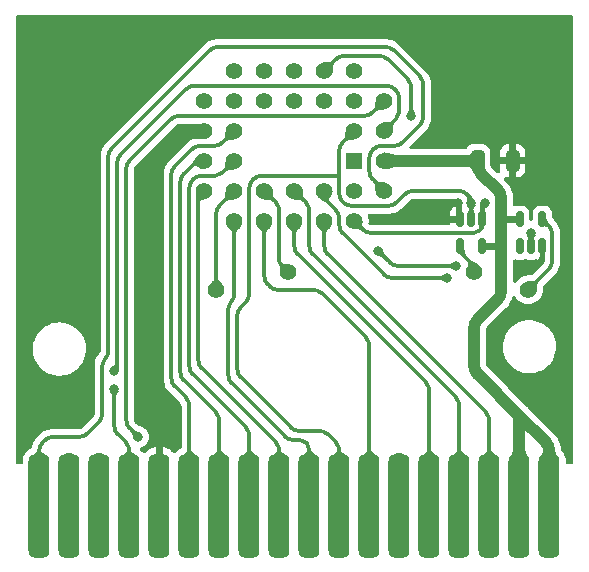
<source format=gbr>
%TF.GenerationSoftware,KiCad,Pcbnew,(6.99.0-1875-gfe1a5267a2)*%
%TF.CreationDate,2022-07-20T16:18:23+02:00*%
%TF.ProjectId,Vectorblade_PLCC32_THT_Kicad6,56656374-6f72-4626-9c61-64655f504c43,rev?*%
%TF.SameCoordinates,Original*%
%TF.FileFunction,Copper,L1,Top*%
%TF.FilePolarity,Positive*%
%FSLAX46Y46*%
G04 Gerber Fmt 4.6, Leading zero omitted, Abs format (unit mm)*
G04 Created by KiCad (PCBNEW (6.99.0-1875-gfe1a5267a2)) date 2022-07-20 16:18:23*
%MOMM*%
%LPD*%
G01*
G04 APERTURE LIST*
G04 Aperture macros list*
%AMRoundRect*
0 Rectangle with rounded corners*
0 $1 Rounding radius*
0 $2 $3 $4 $5 $6 $7 $8 $9 X,Y pos of 4 corners*
0 Add a 4 corners polygon primitive as box body*
4,1,4,$2,$3,$4,$5,$6,$7,$8,$9,$2,$3,0*
0 Add four circle primitives for the rounded corners*
1,1,$1+$1,$2,$3*
1,1,$1+$1,$4,$5*
1,1,$1+$1,$6,$7*
1,1,$1+$1,$8,$9*
0 Add four rect primitives between the rounded corners*
20,1,$1+$1,$2,$3,$4,$5,0*
20,1,$1+$1,$4,$5,$6,$7,0*
20,1,$1+$1,$6,$7,$8,$9,0*
20,1,$1+$1,$8,$9,$2,$3,0*%
G04 Aperture macros list end*
%TA.AperFunction,ComponentPad*%
%ADD10C,1.422400*%
%TD*%
%TA.AperFunction,ComponentPad*%
%ADD11R,1.422400X1.422400*%
%TD*%
%TA.AperFunction,SMDPad,CuDef*%
%ADD12RoundRect,0.666750X-0.222250X-3.778250X0.222250X-3.778250X0.222250X3.778250X-0.222250X3.778250X0*%
%TD*%
%TA.AperFunction,SMDPad,CuDef*%
%ADD13RoundRect,0.150000X0.150000X-0.512500X0.150000X0.512500X-0.150000X0.512500X-0.150000X-0.512500X0*%
%TD*%
%TA.AperFunction,SMDPad,CuDef*%
%ADD14RoundRect,0.150000X-0.150000X0.512500X-0.150000X-0.512500X0.150000X-0.512500X0.150000X0.512500X0*%
%TD*%
%TA.AperFunction,SMDPad,CuDef*%
%ADD15RoundRect,0.250000X-0.325000X-0.650000X0.325000X-0.650000X0.325000X0.650000X-0.325000X0.650000X0*%
%TD*%
%TA.AperFunction,ViaPad*%
%ADD16C,0.800000*%
%TD*%
%TA.AperFunction,Conductor*%
%ADD17C,0.300000*%
%TD*%
%TA.AperFunction,Conductor*%
%ADD18C,1.240000*%
%TD*%
%TA.AperFunction,Conductor*%
%ADD19C,1.000000*%
%TD*%
%TA.AperFunction,Conductor*%
%ADD20C,0.600000*%
%TD*%
G04 APERTURE END LIST*
D10*
%TO.P,,22,CE*%
%TO.N,Net-(U1-Pad22)*%
X150876000Y-96012000D03*
%TD*%
D11*
%TO.P,U1,1,NC*%
%TO.N,unconnected-(U1-Pad1)*%
X162559999Y-85089999D03*
D10*
%TO.P,U1,2,A16*%
%TO.N,/PB6*%
X165100000Y-82550000D03*
%TO.P,U1,3,A15*%
%TO.N,/V-CE*%
X162560000Y-82550000D03*
%TO.P,U1,4,A12*%
%TO.N,/V-A12*%
X165100000Y-80010000D03*
%TO.P,U1,5,A7*%
%TO.N,/V-A7*%
X162560000Y-77470000D03*
%TO.P,U1,6,A6*%
%TO.N,/V-A6*%
X162560000Y-80010000D03*
%TO.P,U1,7,A5*%
%TO.N,/V-A5*%
X160020000Y-77470000D03*
%TO.P,U1,8,A4*%
%TO.N,/V-A4*%
X160020000Y-80010000D03*
%TO.P,U1,9,A3*%
%TO.N,/V-A3*%
X157480000Y-77470000D03*
%TO.P,U1,10,A2*%
%TO.N,/V-A2*%
X157480000Y-80010000D03*
%TO.P,U1,11,A1*%
%TO.N,/V-A1*%
X154940000Y-77470000D03*
%TO.P,U1,12,A0*%
%TO.N,/V-A0*%
X154940000Y-80010000D03*
%TO.P,U1,13,D0*%
%TO.N,/V-D0*%
X152400000Y-77470000D03*
%TO.P,U1,14,D1*%
%TO.N,/V-D1*%
X149860000Y-80010000D03*
%TO.P,U1,15,D2*%
%TO.N,/V-D2*%
X152400000Y-80010000D03*
%TO.P,U1,16,GND*%
%TO.N,GND*%
X149860000Y-82550000D03*
%TO.P,U1,17,D3*%
%TO.N,/V-D3*%
X152400000Y-82550000D03*
%TO.P,U1,18,D4*%
%TO.N,/V-D4*%
X149860000Y-85090000D03*
%TO.P,U1,19,D5*%
%TO.N,/V-D5*%
X152400000Y-85090000D03*
%TO.P,U1,20,D6*%
%TO.N,/V-D6*%
X149860000Y-87630000D03*
%TO.P,U1,21,D7*%
%TO.N,/V-D7*%
X152400000Y-90170000D03*
%TO.P,U1,22,CE*%
%TO.N,Net-(U1-Pad22)*%
X152400000Y-87630000D03*
%TO.P,U1,23,A10*%
%TO.N,/V-A10*%
X154940000Y-90170000D03*
%TO.P,U1,24,OE*%
%TO.N,Net-(U1-Pad24)*%
X154940000Y-87630000D03*
%TO.P,U1,25,A11*%
%TO.N,/V-A11*%
X157480000Y-90170000D03*
%TO.P,U1,26,A9*%
%TO.N,/V-A9*%
X157480000Y-87630000D03*
%TO.P,U1,27,A8*%
%TO.N,/V-A8*%
X160020000Y-90170000D03*
%TO.P,U1,28,A13*%
%TO.N,/V-A13*%
X160020000Y-87630000D03*
%TO.P,U1,29,A14*%
%TO.N,/V-A14*%
X162560000Y-90170000D03*
%TO.P,U1,30,A17*%
%TO.N,/IRQ*%
X165100000Y-87630000D03*
%TO.P,U1,31,PGM*%
%TO.N,/V-RW*%
X162560000Y-87630000D03*
%TO.P,U1,32,VCC*%
%TO.N,+5V*%
X165100000Y-85090000D03*
%TD*%
D12*
%TO.P,CON3,2,VCC*%
%TO.N,+5V*%
X179070000Y-114300000D03*
%TO.P,CON3,4,VCC2*%
X176530000Y-114300000D03*
%TO.P,CON3,6,A8*%
%TO.N,/V-A8*%
X173990000Y-114300000D03*
%TO.P,CON3,8,A9*%
%TO.N,/V-A9*%
X171450000Y-114300000D03*
%TO.P,CON3,10,A11*%
%TO.N,/V-A11*%
X168910000Y-114300000D03*
%TO.P,CON3,12,OE*%
%TO.N,unconnected-(CON3-Pad12)*%
X166370000Y-114300000D03*
%TO.P,CON3,14,A10*%
%TO.N,/V-A10*%
X163830000Y-114300000D03*
%TO.P,CON3,16,CE*%
%TO.N,/V-CE*%
X161290000Y-114300000D03*
%TO.P,CON3,18,D7*%
%TO.N,/V-D7*%
X158750000Y-114300000D03*
%TO.P,CON3,20,D6*%
%TO.N,/V-D6*%
X156210000Y-114300000D03*
%TO.P,CON3,22,D5*%
%TO.N,/V-D5*%
X153670000Y-114300000D03*
%TO.P,CON3,24,D4*%
%TO.N,/V-D4*%
X151130000Y-114300000D03*
%TO.P,CON3,26,D3*%
%TO.N,/V-D3*%
X148590000Y-114300000D03*
%TO.P,CON3,28,GND2*%
%TO.N,GND*%
X146050000Y-114300000D03*
%TO.P,CON3,30,RW*%
%TO.N,/V-RW*%
X143510000Y-114300000D03*
%TO.P,CON3,32,CART*%
%TO.N,unconnected-(CON3-Pad32)*%
X140970000Y-114300000D03*
%TO.P,CON3,34,NMI*%
%TO.N,unconnected-(CON3-Pad34)*%
X138430000Y-114300000D03*
%TO.P,CON3,36,IRQ*%
%TO.N,/IRQ*%
X135890000Y-114300000D03*
%TD*%
D10*
%TO.P,,22,CE*%
%TO.N,Net-(U1-Pad22)*%
X177292000Y-96012000D03*
%TD*%
D13*
%TO.P,U2,1*%
%TO.N,N/C*%
X176596000Y-92323500D03*
%TO.P,U2,2*%
%TO.N,/V-RW*%
X177546000Y-92323500D03*
%TO.P,U2,3,GND*%
%TO.N,GND*%
X178496000Y-92323500D03*
%TO.P,U2,4*%
%TO.N,Net-(U1-Pad22)*%
X178496000Y-90048500D03*
%TO.P,U2,5,VCC*%
%TO.N,+5V*%
X176596000Y-90048500D03*
%TD*%
D14*
%TO.P,U3,1*%
%TO.N,/V-A14*%
X173416000Y-90048500D03*
%TO.P,U3,2*%
%TO.N,/V-CE*%
X172466000Y-90048500D03*
%TO.P,U3,3,GND*%
%TO.N,GND*%
X171516000Y-90048500D03*
%TO.P,U3,4*%
%TO.N,Net-(U1-Pad24)*%
X171516000Y-92323500D03*
%TO.P,U3,5,VCC*%
%TO.N,+5V*%
X173416000Y-92323500D03*
%TD*%
D15*
%TO.P,C1,1,1*%
%TO.N,+5V*%
X173023000Y-85090000D03*
%TO.P,C1,2,2*%
%TO.N,GND*%
X175973000Y-85090000D03*
%TD*%
D10*
%TO.P,,24,OE*%
%TO.N,Net-(U1-Pad24)*%
X156972000Y-94488000D03*
%TD*%
%TO.P,,24,OE*%
%TO.N,Net-(U1-Pad24)*%
X172720000Y-94488000D03*
%TD*%
D16*
%TO.N,GND*%
X135890000Y-104775000D03*
X175260000Y-82804000D03*
X146050000Y-107188000D03*
X171323000Y-88667977D03*
X147320000Y-105918000D03*
X144780000Y-97536000D03*
X135890000Y-97155000D03*
X177546000Y-94234000D03*
X168656000Y-76962000D03*
X147320000Y-108458000D03*
X144780000Y-94742000D03*
X135890000Y-74930000D03*
X144780000Y-85852000D03*
X171958000Y-81026000D03*
X178816000Y-86995000D03*
X179070000Y-97155000D03*
X179070000Y-74930000D03*
X146050000Y-108458000D03*
X144780000Y-91694000D03*
X171958000Y-83058000D03*
X176403000Y-94234000D03*
X147320000Y-107188000D03*
X176403000Y-86995000D03*
X144780000Y-88900000D03*
X146050000Y-105918000D03*
X144780000Y-100330000D03*
X179070000Y-104775000D03*
%TO.N,/V-A5*%
X167386000Y-81280000D03*
%TO.N,/V-CE*%
X172466000Y-88646000D03*
%TO.N,/V-A12*%
X144272000Y-108458000D03*
%TO.N,/V-A13*%
X170434000Y-94996000D03*
%TO.N,/V-A14*%
X173609000Y-88630536D03*
%TO.N,/V-RW*%
X177546000Y-91186000D03*
X171196000Y-93980000D03*
X164592000Y-92710000D03*
X142240000Y-104394000D03*
%TO.N,/PB6*%
X142240000Y-102870000D03*
%TD*%
D17*
%TO.N,/PB6*%
X166368119Y-79787310D02*
G75*
G03*
X166075244Y-79080244I-999919J10D01*
G01*
X166027900Y-79032886D02*
G75*
G03*
X165320799Y-78740000I-707100J-707114D01*
G01*
X142494000Y-102616000D02*
X142240000Y-102870000D01*
X142494000Y-85250214D02*
X142494000Y-102616000D01*
X148297107Y-79032893D02*
X142786893Y-84543107D01*
X148754011Y-78740000D02*
X148713236Y-78780775D01*
X166075244Y-79080244D02*
X166027893Y-79032893D01*
X166368137Y-80964094D02*
X166368137Y-79787310D01*
X148713238Y-78780782D02*
G75*
G03*
X148297107Y-79032893I317362J-993318D01*
G01*
X142786886Y-84543100D02*
G75*
G03*
X142494000Y-85250214I707114J-707100D01*
G01*
X165100000Y-82550000D02*
X166077107Y-81572893D01*
X166077115Y-81572901D02*
G75*
G03*
X166368137Y-80964094I-728715J722301D01*
G01*
X165320799Y-78740000D02*
X148754011Y-78740000D01*
%TO.N,/IRQ*%
X141458321Y-101851708D02*
G75*
G03*
X141224000Y-102417386I565679J-565692D01*
G01*
%TO.N,/V-D7*%
X158526410Y-109004896D02*
G75*
G03*
X157819306Y-108712000I-707110J-707104D01*
G01*
%TO.N,GND*%
X171323000Y-88667977D02*
X171516000Y-88860977D01*
D18*
X149860000Y-82550000D02*
X148336000Y-82550000D01*
D17*
X177546000Y-94234000D02*
X178496000Y-93284000D01*
X171516000Y-88860977D02*
X171516000Y-90048500D01*
X178496000Y-93284000D02*
X178496000Y-92323500D01*
D19*
%TO.N,+5V*%
X174713107Y-87559357D02*
X173315893Y-86162143D01*
X175006000Y-96105786D02*
X175006000Y-88266464D01*
D20*
X176596000Y-90048500D02*
X175006000Y-90048500D01*
D19*
X176530000Y-106680000D02*
X173012893Y-103162893D01*
X173023000Y-85090000D02*
X165100000Y-85090000D01*
X173012893Y-98513107D02*
X174713107Y-96812893D01*
X176530000Y-114300000D02*
X176530000Y-106680000D01*
X176530000Y-106680000D02*
X178777107Y-108927107D01*
X179070000Y-109634214D02*
X179070000Y-114300000D01*
D20*
X173416000Y-92323500D02*
X175006000Y-92323500D01*
D19*
X173023000Y-85455036D02*
X173023000Y-85090000D01*
X172720000Y-102455786D02*
X172720000Y-99220214D01*
X175006025Y-88266464D02*
G75*
G03*
X174713106Y-87559358I-1000025J-36D01*
G01*
X172720010Y-102455786D02*
G75*
G03*
X173012893Y-103162893I999990J-14D01*
G01*
X174713114Y-96812900D02*
G75*
G03*
X175006000Y-96105786I-707114J707100D01*
G01*
X179069990Y-109634214D02*
G75*
G03*
X178777107Y-108927107I-999990J14D01*
G01*
X173012886Y-98513100D02*
G75*
G03*
X172720000Y-99220214I707114J-707100D01*
G01*
X173022975Y-85455036D02*
G75*
G03*
X173315894Y-86162142I1000025J36D01*
G01*
D17*
%TO.N,/V-A8*%
X173697107Y-106387107D02*
X160312893Y-93002893D01*
X160020000Y-92295786D02*
X160020000Y-90170000D01*
X173990000Y-114300000D02*
X173990000Y-107094214D01*
X173989990Y-107094214D02*
G75*
G03*
X173697107Y-106387107I-999990J14D01*
G01*
X160020010Y-92295786D02*
G75*
G03*
X160312893Y-93002893I999990J-14D01*
G01*
%TO.N,/V-A5*%
X164685786Y-76200000D02*
X161704214Y-76200000D01*
X167093107Y-78193107D02*
X165392893Y-76492893D01*
X160997107Y-76492893D02*
X160020000Y-77470000D01*
X167386000Y-81280000D02*
X167386000Y-78900214D01*
X167385990Y-78900214D02*
G75*
G03*
X167093107Y-78193107I-999990J14D01*
G01*
X161704214Y-76200010D02*
G75*
G03*
X160997107Y-76492893I-14J-999990D01*
G01*
X165392900Y-76492886D02*
G75*
G03*
X164685786Y-76200000I-707100J-707114D01*
G01*
%TO.N,/V-A9*%
X158457107Y-88607107D02*
X157480000Y-87630000D01*
X171157107Y-105117107D02*
X159042893Y-93002893D01*
X158750000Y-92295786D02*
X158750000Y-89314214D01*
X171450000Y-114300000D02*
X171450000Y-105824214D01*
X158750010Y-92295786D02*
G75*
G03*
X159042893Y-93002893I999990J-14D01*
G01*
X158749990Y-89314214D02*
G75*
G03*
X158457107Y-88607107I-999990J14D01*
G01*
X171449990Y-105824214D02*
G75*
G03*
X171157107Y-105117107I-999990J14D01*
G01*
%TO.N,/V-A11*%
X168910000Y-114300000D02*
X168910000Y-104554214D01*
X168617107Y-103847107D02*
X157772893Y-93002893D01*
X157480000Y-92295786D02*
X157480000Y-90170000D01*
X168909990Y-104554214D02*
G75*
G03*
X168617107Y-103847107I-999990J14D01*
G01*
X157480010Y-92295786D02*
G75*
G03*
X157772893Y-93002893I999990J-14D01*
G01*
%TO.N,/V-A10*%
X154940000Y-94835786D02*
X154940000Y-90170000D01*
X163830000Y-114300000D02*
X163830000Y-100744214D01*
X163537107Y-100037107D02*
X159804893Y-96304893D01*
X155409107Y-95719107D02*
X155232893Y-95542893D01*
X159097786Y-96012000D02*
X156116214Y-96012000D01*
X163829990Y-100744214D02*
G75*
G03*
X163537107Y-100037107I-999990J14D01*
G01*
X154940010Y-94835786D02*
G75*
G03*
X155232893Y-95542893I999990J-14D01*
G01*
X155409100Y-95719114D02*
G75*
G03*
X156116214Y-96012000I707100J707114D01*
G01*
X159804900Y-96304886D02*
G75*
G03*
X159097786Y-96012000I-707100J-707114D01*
G01*
%TO.N,/V-CE*%
X152946893Y-103416893D02*
X157187107Y-107657107D01*
X172466000Y-90048500D02*
X172466000Y-88646000D01*
X161290000Y-86360000D02*
X154719214Y-86360000D01*
X153377107Y-97066893D02*
X152946893Y-97497107D01*
X161290000Y-86360000D02*
X161290000Y-84234214D01*
X152654000Y-98204214D02*
X152654000Y-102709786D01*
X161290000Y-109634214D02*
X161290000Y-114300000D01*
X172466000Y-88296750D02*
X172092143Y-87922893D01*
X157894214Y-107950000D02*
X159605786Y-107950000D01*
X160312893Y-108242893D02*
X160997107Y-108927107D01*
X154012107Y-86652893D02*
X153962893Y-86702107D01*
X161582893Y-83527107D02*
X162560000Y-82550000D01*
X153670000Y-87409214D02*
X153670000Y-96359786D01*
X171385036Y-87630000D02*
X167546214Y-87630000D01*
X172466000Y-88646000D02*
X172466000Y-88296750D01*
X165447786Y-88900000D02*
X162339214Y-88900000D01*
X166839107Y-87922893D02*
X166154893Y-88607107D01*
X161632107Y-88607107D02*
X161582893Y-88557893D01*
X161290000Y-87850786D02*
X161290000Y-86360000D01*
X153962886Y-86702100D02*
G75*
G03*
X153670000Y-87409214I707114J-707100D01*
G01*
X157187100Y-107657114D02*
G75*
G03*
X157894214Y-107950000I707100J707114D01*
G01*
X161632100Y-88607114D02*
G75*
G03*
X162339214Y-88900000I707100J707114D01*
G01*
X161290010Y-87850786D02*
G75*
G03*
X161582893Y-88557893I999990J-14D01*
G01*
X161289990Y-109634214D02*
G75*
G03*
X160997107Y-108927107I-999990J14D01*
G01*
X161582886Y-83527100D02*
G75*
G03*
X161290000Y-84234214I707114J-707100D01*
G01*
X153377114Y-97066900D02*
G75*
G03*
X153670000Y-96359786I-707114J707100D01*
G01*
X152946886Y-97497100D02*
G75*
G03*
X152654000Y-98204214I707114J-707100D01*
G01*
X165447786Y-88899990D02*
G75*
G03*
X166154893Y-88607107I14J999990D01*
G01*
X160312900Y-108242886D02*
G75*
G03*
X159605786Y-107950000I-707100J-707114D01*
G01*
X152654010Y-102709786D02*
G75*
G03*
X152946893Y-103416893I999990J-14D01*
G01*
X172092125Y-87922911D02*
G75*
G03*
X171385036Y-87630000I-707125J-707089D01*
G01*
X154719214Y-86360010D02*
G75*
G03*
X154012107Y-86652893I-14J-999990D01*
G01*
X167546214Y-87630010D02*
G75*
G03*
X166839107Y-87922893I-14J-999990D01*
G01*
%TO.N,/V-D7*%
X157819306Y-108712000D02*
X157386214Y-108712000D01*
X158541821Y-109020301D02*
X158526413Y-109004893D01*
X151892000Y-103217786D02*
X151892000Y-97599606D01*
X158750000Y-114300000D02*
X158750000Y-109522940D01*
X152400000Y-96373226D02*
X152400000Y-90170000D01*
X156679107Y-108419107D02*
X152184893Y-103924893D01*
X152116572Y-97057410D02*
G75*
G03*
X151892000Y-97599606I542228J-542190D01*
G01*
X152116557Y-97057395D02*
G75*
G03*
X152400000Y-96373226I-684057J684195D01*
G01*
X156679100Y-108419114D02*
G75*
G03*
X157386214Y-108712000I707100J707114D01*
G01*
X151892010Y-103217786D02*
G75*
G03*
X152184893Y-103924893I999990J-14D01*
G01*
X158749968Y-109522940D02*
G75*
G03*
X158541821Y-109020301I-710868J40D01*
G01*
%TO.N,/V-D6*%
X156210000Y-109634214D02*
X156210000Y-114300000D01*
X149644893Y-102654893D02*
X155917107Y-108927107D01*
X149860000Y-87630000D02*
X149352000Y-88138000D01*
X149352000Y-88138000D02*
X149352000Y-101947786D01*
X149352010Y-101947786D02*
G75*
G03*
X149644893Y-102654893I999990J-14D01*
G01*
X156209990Y-109634214D02*
G75*
G03*
X155917107Y-108927107I-999990J14D01*
G01*
%TO.N,/V-D5*%
X148882893Y-103162893D02*
X153377107Y-107657107D01*
X148934365Y-86650635D02*
X148882893Y-86702107D01*
X148590000Y-87409214D02*
X148590000Y-102455786D01*
X152400000Y-85090000D02*
X151422893Y-86067107D01*
X153670000Y-108364214D02*
X153670000Y-114300000D01*
X150814055Y-86357742D02*
X149641472Y-86357742D01*
X148590039Y-102455786D02*
G75*
G03*
X148882893Y-103162893I1000061J-14D01*
G01*
X150814057Y-86357762D02*
G75*
G03*
X151422893Y-86067107I-111457J1016462D01*
G01*
X148882886Y-86702100D02*
G75*
G03*
X148590000Y-87409214I707114J-707100D01*
G01*
X149641472Y-86357710D02*
G75*
G03*
X148934365Y-86650635I28J-999990D01*
G01*
X153669990Y-108364214D02*
G75*
G03*
X153377107Y-107657107I-999990J14D01*
G01*
%TO.N,/V-D4*%
X149860000Y-85090000D02*
X149225000Y-85090000D01*
X147828000Y-86901214D02*
X147828000Y-102963786D01*
X148120893Y-103670893D02*
X150837107Y-106387107D01*
X149225000Y-85090000D02*
X148120893Y-86194107D01*
X151130000Y-107094214D02*
X151130000Y-114300000D01*
X151129990Y-107094214D02*
G75*
G03*
X150837107Y-106387107I-999990J14D01*
G01*
X147828010Y-102963786D02*
G75*
G03*
X148120893Y-103670893I999990J-14D01*
G01*
X148120886Y-86194100D02*
G75*
G03*
X147828000Y-86901214I707114J-707100D01*
G01*
%TO.N,/V-D3*%
X147358893Y-85559107D02*
X148805107Y-84112893D01*
X149512214Y-83820000D02*
X150715786Y-83820000D01*
X148590000Y-114300000D02*
X148590000Y-105824214D01*
X151422893Y-83527107D02*
X152400000Y-82550000D01*
X147066000Y-103471786D02*
X147066000Y-86266214D01*
X148297107Y-105117107D02*
X147358893Y-104178893D01*
X150715786Y-83819990D02*
G75*
G03*
X151422893Y-83527107I14J999990D01*
G01*
X149512214Y-83820010D02*
G75*
G03*
X148805107Y-84112893I-14J-999990D01*
G01*
X148589990Y-105824214D02*
G75*
G03*
X148297107Y-105117107I-999990J14D01*
G01*
X147358886Y-85559100D02*
G75*
G03*
X147066000Y-86266214I707114J-707100D01*
G01*
X147066010Y-103471786D02*
G75*
G03*
X147358893Y-104178893I999990J-14D01*
G01*
%TO.N,/V-A12*%
X143256000Y-107027786D02*
X143256000Y-85758214D01*
X164122893Y-80987107D02*
X165100000Y-80010000D01*
X144272000Y-108458000D02*
X143548893Y-107734893D01*
X143548893Y-85051107D02*
X147027107Y-81572893D01*
X147734214Y-81280000D02*
X163415786Y-81280000D01*
X163415786Y-81279990D02*
G75*
G03*
X164122893Y-80987107I14J999990D01*
G01*
X143256010Y-107027786D02*
G75*
G03*
X143548893Y-107734893I999990J-14D01*
G01*
X143548886Y-85051100D02*
G75*
G03*
X143256000Y-85758214I707114J-707100D01*
G01*
X147734214Y-81280010D02*
G75*
G03*
X147027107Y-81572893I-14J-999990D01*
G01*
%TO.N,/V-A13*%
X165768214Y-94996000D02*
X170434000Y-94996000D01*
X161290000Y-89949214D02*
X161290000Y-90517786D01*
X161582893Y-91224893D02*
X165061107Y-94703107D01*
X160020000Y-87630000D02*
X160020000Y-88265000D01*
X160020000Y-88265000D02*
X160997107Y-89242107D01*
X161290010Y-90517786D02*
G75*
G03*
X161582893Y-91224893I999990J-14D01*
G01*
X165061100Y-94703114D02*
G75*
G03*
X165768214Y-94996000I707100J707114D01*
G01*
X161289990Y-89949214D02*
G75*
G03*
X160997107Y-89242107I-999990J14D01*
G01*
%TO.N,/V-A14*%
X163990214Y-91186000D02*
X172684051Y-91186000D01*
X162560000Y-90170000D02*
X163283107Y-90893107D01*
X173416000Y-90744000D02*
X173416000Y-90048500D01*
X173609000Y-88630536D02*
X173416000Y-88823536D01*
X173416000Y-88823536D02*
X173416000Y-90048500D01*
X173179026Y-90980974D02*
X173416000Y-90744000D01*
X172684051Y-91185965D02*
G75*
G03*
X173179026Y-90980974I49J699965D01*
G01*
X163283100Y-90893114D02*
G75*
G03*
X163990214Y-91186000I707100J707114D01*
G01*
%TO.N,/V-RW*%
X164592000Y-92710000D02*
X165569107Y-93687107D01*
X143510000Y-109634214D02*
X143510000Y-114300000D01*
X177546000Y-91186000D02*
X177546000Y-92323500D01*
X166276214Y-93980000D02*
X171196000Y-93980000D01*
X142240000Y-104394000D02*
X142240000Y-107535786D01*
X142532893Y-108242893D02*
X143217107Y-108927107D01*
X143509990Y-109634214D02*
G75*
G03*
X143217107Y-108927107I-999990J14D01*
G01*
X165569100Y-93687114D02*
G75*
G03*
X166276214Y-93980000I707100J707114D01*
G01*
X142240010Y-107535786D02*
G75*
G03*
X142532893Y-108242893I999990J-14D01*
G01*
%TO.N,/IRQ*%
X168402000Y-81373786D02*
X168402000Y-78646214D01*
X165193786Y-75438000D02*
X151036214Y-75438000D01*
X141224000Y-102417386D02*
X141224000Y-106519786D01*
X166662893Y-83527107D02*
X168109107Y-82080893D01*
X135890000Y-109634214D02*
X135890000Y-114300000D01*
X141732000Y-84742214D02*
X141732000Y-101191001D01*
X168109107Y-77939107D02*
X165900893Y-75730893D01*
X164879214Y-83820000D02*
X165955786Y-83820000D01*
X136359107Y-108750893D02*
X136182893Y-108927107D01*
X139285786Y-108458000D02*
X137066214Y-108458000D01*
X150329107Y-75730893D02*
X142024893Y-84035107D01*
X163830000Y-85945786D02*
X163830000Y-84869214D01*
X165100000Y-87630000D02*
X164122893Y-86652893D01*
X140931107Y-107226893D02*
X139992893Y-108165107D01*
X164122893Y-84162107D02*
X164172107Y-84112893D01*
X137066214Y-108458010D02*
G75*
G03*
X136359107Y-108750893I-14J-999990D01*
G01*
X141458306Y-101851693D02*
G75*
G03*
X141732000Y-101191001I-660606J660693D01*
G01*
X139285786Y-108457990D02*
G75*
G03*
X139992893Y-108165107I14J999990D01*
G01*
X168401990Y-78646214D02*
G75*
G03*
X168109107Y-77939107I-999990J14D01*
G01*
X164879214Y-83820010D02*
G75*
G03*
X164172107Y-84112893I-14J-999990D01*
G01*
X165900900Y-75730886D02*
G75*
G03*
X165193786Y-75438000I-707100J-707114D01*
G01*
X163830010Y-85945786D02*
G75*
G03*
X164122893Y-86652893I999990J-14D01*
G01*
X142024886Y-84035100D02*
G75*
G03*
X141732000Y-84742214I707114J-707100D01*
G01*
X151036214Y-75438010D02*
G75*
G03*
X150329107Y-75730893I-14J-999990D01*
G01*
X165955786Y-83819990D02*
G75*
G03*
X166662893Y-83527107I14J999990D01*
G01*
X164122886Y-84162100D02*
G75*
G03*
X163830000Y-84869214I707114J-707100D01*
G01*
X136182886Y-108927100D02*
G75*
G03*
X135890000Y-109634214I707114J-707100D01*
G01*
X168109114Y-82080900D02*
G75*
G03*
X168402000Y-81373786I-707114J707100D01*
G01*
X140931114Y-107226900D02*
G75*
G03*
X141224000Y-106519786I-707114J707100D01*
G01*
%TO.N,Net-(U1-Pad22)*%
X179324000Y-93565786D02*
X179324000Y-91290714D01*
X150876000Y-89568214D02*
X150876000Y-96012000D01*
X177292000Y-96012000D02*
X179031107Y-94272893D01*
X152400000Y-87630000D02*
X151168893Y-88861107D01*
X179031107Y-90583607D02*
X178496000Y-90048500D01*
X151168886Y-88861100D02*
G75*
G03*
X150876000Y-89568214I707114J-707100D01*
G01*
X179323990Y-91290714D02*
G75*
G03*
X179031107Y-90583607I-999990J14D01*
G01*
X179031114Y-94272900D02*
G75*
G03*
X179324000Y-93565786I-707114J707100D01*
G01*
%TO.N,Net-(U1-Pad24)*%
X156210000Y-89314214D02*
X156210000Y-93569431D01*
X154940000Y-87630000D02*
X155917107Y-88607107D01*
X171516000Y-92776000D02*
X172720000Y-93980000D01*
X171516000Y-92323500D02*
X171516000Y-92776000D01*
X172720000Y-93980000D02*
X172720000Y-94488000D01*
X156320711Y-93836711D02*
X157226000Y-94742000D01*
X156209990Y-89314214D02*
G75*
G03*
X155917107Y-88607107I-999990J14D01*
G01*
X156209981Y-93569431D02*
G75*
G03*
X156320711Y-93836711I378019J31D01*
G01*
%TD*%
%TA.AperFunction,Conductor*%
%TO.N,GND*%
G36*
X148645388Y-81950462D02*
G01*
X148699926Y-82005000D01*
X148719888Y-82079500D01*
X148710901Y-82130463D01*
X148708268Y-82137696D01*
X148656418Y-82331201D01*
X148654169Y-82343955D01*
X148636710Y-82543519D01*
X148636710Y-82556481D01*
X148654169Y-82756045D01*
X148656418Y-82768799D01*
X148708268Y-82962303D01*
X148712699Y-82974477D01*
X148800109Y-83161929D01*
X148798824Y-83162528D01*
X148816806Y-83229645D01*
X148796841Y-83304144D01*
X148742304Y-83358679D01*
X148597506Y-83442275D01*
X148597499Y-83442280D01*
X148593285Y-83444713D01*
X148421634Y-83576422D01*
X148403246Y-83594809D01*
X148403242Y-83594812D01*
X146899084Y-85098970D01*
X146898912Y-85099136D01*
X146898909Y-85099132D01*
X146822415Y-85175628D01*
X146690705Y-85347279D01*
X146582527Y-85534654D01*
X146580659Y-85539164D01*
X146510102Y-85709510D01*
X146499732Y-85734545D01*
X146498469Y-85739259D01*
X146461036Y-85878971D01*
X146443737Y-85943534D01*
X146443102Y-85948356D01*
X146443102Y-85948357D01*
X146417059Y-86146196D01*
X146415499Y-86158043D01*
X146415499Y-86162913D01*
X146415500Y-86192748D01*
X146415500Y-103512711D01*
X146415507Y-103512761D01*
X146415510Y-103512866D01*
X146415509Y-103579956D01*
X146443747Y-103794464D01*
X146499742Y-104003452D01*
X146582536Y-104203342D01*
X146690713Y-104390715D01*
X146822422Y-104562366D01*
X146840809Y-104580754D01*
X146840812Y-104580758D01*
X147830220Y-105570166D01*
X147843071Y-105584820D01*
X147880727Y-105633895D01*
X147900175Y-105667581D01*
X147920076Y-105715629D01*
X147930143Y-105753199D01*
X147938226Y-105814601D01*
X147939500Y-105834048D01*
X147939499Y-105897499D01*
X147939500Y-105897503D01*
X147939500Y-109323276D01*
X147919538Y-109397776D01*
X147903549Y-109420338D01*
X147903039Y-109420932D01*
X147898522Y-109425957D01*
X147875779Y-109450136D01*
X147827433Y-109484352D01*
X147797327Y-109497645D01*
X147791648Y-109501535D01*
X147791643Y-109501538D01*
X147637649Y-109607027D01*
X147618861Y-109619897D01*
X147582181Y-109656577D01*
X147575952Y-109662457D01*
X147548343Y-109687053D01*
X147542528Y-109694557D01*
X147530118Y-109708640D01*
X147465897Y-109772861D01*
X147462006Y-109778541D01*
X147462002Y-109778546D01*
X147447469Y-109799762D01*
X147388898Y-109849942D01*
X147313083Y-109864114D01*
X147240339Y-109838480D01*
X147201620Y-109799761D01*
X147183790Y-109773732D01*
X147175026Y-109763178D01*
X147030822Y-109618974D01*
X147020268Y-109610210D01*
X146852022Y-109494958D01*
X146840033Y-109488281D01*
X146653478Y-109405909D01*
X146640467Y-109401548D01*
X146441110Y-109354660D01*
X146429235Y-109352864D01*
X146369570Y-109348722D01*
X146353849Y-109351786D01*
X146350000Y-109362983D01*
X146350000Y-110744000D01*
X145750000Y-110744000D01*
X145750000Y-109366980D01*
X145745855Y-109351509D01*
X145734420Y-109348445D01*
X145670765Y-109352864D01*
X145658890Y-109354660D01*
X145459533Y-109401548D01*
X145446522Y-109405909D01*
X145259967Y-109488281D01*
X145247978Y-109494958D01*
X145079732Y-109610210D01*
X145069178Y-109618974D01*
X144924974Y-109763178D01*
X144916210Y-109773732D01*
X144898380Y-109799761D01*
X144839809Y-109849942D01*
X144763994Y-109864115D01*
X144691250Y-109838481D01*
X144652531Y-109799762D01*
X144637998Y-109778546D01*
X144637994Y-109778541D01*
X144634103Y-109772861D01*
X144535864Y-109674622D01*
X144535885Y-109674601D01*
X144535807Y-109674556D01*
X144534645Y-109673196D01*
X144532945Y-109671703D01*
X144481139Y-109619897D01*
X144462352Y-109607027D01*
X144449524Y-109598240D01*
X144399342Y-109539670D01*
X144385169Y-109463855D01*
X144410803Y-109391111D01*
X144469373Y-109340929D01*
X144502748Y-109329571D01*
X144515631Y-109326833D01*
X144551803Y-109319144D01*
X144724730Y-109242151D01*
X144877871Y-109130888D01*
X144933597Y-109068998D01*
X144999307Y-108996021D01*
X144999311Y-108996016D01*
X145004533Y-108990216D01*
X145099179Y-108826284D01*
X145151577Y-108665020D01*
X145155259Y-108653689D01*
X145155259Y-108653688D01*
X145157674Y-108646256D01*
X145159765Y-108626366D01*
X145176644Y-108465764D01*
X145177460Y-108458000D01*
X145175305Y-108437499D01*
X145158491Y-108277514D01*
X145158490Y-108277511D01*
X145157674Y-108269744D01*
X145099179Y-108089716D01*
X145004533Y-107925784D01*
X144999311Y-107919984D01*
X144999307Y-107919979D01*
X144896882Y-107806226D01*
X144877871Y-107785112D01*
X144724730Y-107673849D01*
X144636415Y-107634529D01*
X144624168Y-107628384D01*
X144595943Y-107612552D01*
X144590971Y-107610633D01*
X144590967Y-107610631D01*
X144520576Y-107583461D01*
X144520558Y-107583454D01*
X144520042Y-107583255D01*
X144509104Y-107579177D01*
X144508598Y-107578995D01*
X144496984Y-107574977D01*
X144423005Y-107550382D01*
X144422218Y-107550129D01*
X144413419Y-107547305D01*
X144413342Y-107547281D01*
X144412997Y-107547170D01*
X144412619Y-107547053D01*
X144412481Y-107547012D01*
X144412375Y-107546979D01*
X144405767Y-107544987D01*
X144405761Y-107544985D01*
X144405558Y-107544924D01*
X144405460Y-107544895D01*
X144405389Y-107544874D01*
X144341816Y-107526209D01*
X144341670Y-107526166D01*
X144336926Y-107524798D01*
X144336641Y-107524717D01*
X144336521Y-107524683D01*
X144289410Y-107511349D01*
X144285269Y-107510112D01*
X144283577Y-107509580D01*
X144276164Y-107507247D01*
X144226696Y-107480570D01*
X144217713Y-107473242D01*
X144209565Y-107466085D01*
X144169121Y-107427866D01*
X144167844Y-107426659D01*
X144132224Y-107396003D01*
X144131878Y-107395805D01*
X144118289Y-107384343D01*
X144015780Y-107281834D01*
X144002929Y-107267180D01*
X143965274Y-107218107D01*
X143945825Y-107184419D01*
X143925924Y-107136371D01*
X143915857Y-107098800D01*
X143907774Y-107037397D01*
X143906500Y-107017951D01*
X143906500Y-107002491D01*
X143906501Y-106954511D01*
X143906501Y-106954501D01*
X143906500Y-106954497D01*
X143906500Y-85831503D01*
X143906501Y-85831499D01*
X143906500Y-85767973D01*
X143907774Y-85748526D01*
X143909277Y-85737111D01*
X143915848Y-85687190D01*
X143925913Y-85649627D01*
X143945817Y-85601572D01*
X143965264Y-85567890D01*
X144002875Y-85518874D01*
X144015726Y-85504220D01*
X147480166Y-82039780D01*
X147494820Y-82026929D01*
X147521909Y-82006143D01*
X147543895Y-81989273D01*
X147577581Y-81969825D01*
X147625629Y-81949924D01*
X147663199Y-81939857D01*
X147697839Y-81935297D01*
X147724604Y-81931774D01*
X147744048Y-81930500D01*
X147807425Y-81930501D01*
X147807499Y-81930501D01*
X147807502Y-81930500D01*
X148570888Y-81930500D01*
X148645388Y-81950462D01*
G37*
%TD.AperFunction*%
%TA.AperFunction,Conductor*%
G36*
X181013000Y-72756062D02*
G01*
X181067538Y-72810600D01*
X181087500Y-72885100D01*
X181087500Y-110595000D01*
X181067538Y-110669500D01*
X181013000Y-110724038D01*
X180938500Y-110744000D01*
X180608500Y-110744000D01*
X180534000Y-110724038D01*
X180479462Y-110669500D01*
X180459500Y-110595000D01*
X180459500Y-110449698D01*
X180453260Y-110359796D01*
X180403732Y-110149219D01*
X180389825Y-110117722D01*
X180385430Y-110106340D01*
X180385397Y-110106352D01*
X180384811Y-110104737D01*
X180384759Y-110104603D01*
X180384089Y-110102589D01*
X180376738Y-110083905D01*
X180366956Y-110059041D01*
X180366953Y-110059035D01*
X180364276Y-110052231D01*
X180359785Y-110045242D01*
X180348831Y-110024876D01*
X180319142Y-109957636D01*
X180319136Y-109957624D01*
X180316355Y-109951327D01*
X180312465Y-109945648D01*
X180312462Y-109945643D01*
X180197996Y-109778544D01*
X180194103Y-109772861D01*
X180185396Y-109764154D01*
X180156132Y-109722651D01*
X180132054Y-109671889D01*
X180130351Y-109668167D01*
X180103382Y-109607027D01*
X180101951Y-109603673D01*
X180079304Y-109548728D01*
X180068998Y-109508629D01*
X180063129Y-109456533D01*
X180045337Y-109298603D01*
X179995341Y-109079545D01*
X179975996Y-109024258D01*
X179922516Y-108871413D01*
X179922513Y-108871405D01*
X179921133Y-108867462D01*
X179919317Y-108863690D01*
X179825460Y-108668788D01*
X179825456Y-108668781D01*
X179823645Y-108665020D01*
X179704105Y-108474767D01*
X179564014Y-108299095D01*
X179556513Y-108291594D01*
X179556509Y-108291588D01*
X179443333Y-108178412D01*
X179419019Y-108154097D01*
X179419016Y-108154095D01*
X177309404Y-106044484D01*
X177309402Y-106044481D01*
X177268366Y-106003445D01*
X177260670Y-105995141D01*
X177234627Y-105964805D01*
X177222866Y-105951105D01*
X177200067Y-105933457D01*
X177185913Y-105920992D01*
X175565087Y-104300166D01*
X173764142Y-102499222D01*
X173725578Y-102432427D01*
X173720501Y-102393863D01*
X173720501Y-102363090D01*
X173720500Y-102363085D01*
X173720500Y-100900969D01*
X175143723Y-100900969D01*
X175173882Y-101200762D01*
X175243731Y-101493861D01*
X175245519Y-101498503D01*
X175245521Y-101498510D01*
X175325753Y-101706826D01*
X175352023Y-101775034D01*
X175496825Y-102039265D01*
X175566473Y-102133792D01*
X175647144Y-102243279D01*
X175675554Y-102281838D01*
X175679010Y-102285412D01*
X175679013Y-102285415D01*
X175719409Y-102327184D01*
X175885020Y-102498424D01*
X175888928Y-102501510D01*
X176059870Y-102636501D01*
X176121485Y-102685158D01*
X176179292Y-102719397D01*
X176346393Y-102818371D01*
X176380730Y-102838709D01*
X176385305Y-102840649D01*
X176385307Y-102840650D01*
X176530366Y-102902160D01*
X176658128Y-102956336D01*
X176948729Y-103035940D01*
X176953665Y-103036604D01*
X176953666Y-103036604D01*
X177242422Y-103075438D01*
X177242427Y-103075438D01*
X177247347Y-103076100D01*
X177473244Y-103076100D01*
X177475732Y-103075933D01*
X177475745Y-103075933D01*
X177574985Y-103069289D01*
X177698634Y-103061012D01*
X177703519Y-103060019D01*
X177703527Y-103060018D01*
X177885695Y-103022990D01*
X177993903Y-103000996D01*
X178278537Y-102902160D01*
X178547459Y-102766268D01*
X178795869Y-102595744D01*
X178802405Y-102589833D01*
X178912046Y-102490668D01*
X179019333Y-102393632D01*
X179213865Y-102163539D01*
X179216544Y-102159342D01*
X179216548Y-102159337D01*
X179373314Y-101913766D01*
X179375993Y-101909570D01*
X179502823Y-101636258D01*
X179592093Y-101348479D01*
X179642209Y-101051370D01*
X179647778Y-100884805D01*
X179652111Y-100755209D01*
X179652111Y-100755203D01*
X179652277Y-100750231D01*
X179622118Y-100450438D01*
X179552269Y-100157339D01*
X179550481Y-100152697D01*
X179550479Y-100152690D01*
X179445766Y-99880810D01*
X179445764Y-99880805D01*
X179443977Y-99876166D01*
X179299175Y-99611935D01*
X179120446Y-99369362D01*
X179104406Y-99352776D01*
X178923807Y-99166039D01*
X178910980Y-99152776D01*
X178736542Y-99015024D01*
X178678422Y-98969127D01*
X178678419Y-98969125D01*
X178674515Y-98966042D01*
X178415270Y-98812491D01*
X178410693Y-98810550D01*
X178142457Y-98696808D01*
X178142454Y-98696807D01*
X178137872Y-98694864D01*
X177847271Y-98615260D01*
X177842334Y-98614596D01*
X177553578Y-98575762D01*
X177553573Y-98575762D01*
X177548653Y-98575100D01*
X177322756Y-98575100D01*
X177320268Y-98575267D01*
X177320255Y-98575267D01*
X177221015Y-98581911D01*
X177097366Y-98590188D01*
X177092481Y-98591181D01*
X177092473Y-98591182D01*
X176967536Y-98616577D01*
X176802097Y-98650204D01*
X176517463Y-98749040D01*
X176248541Y-98884932D01*
X176000131Y-99055456D01*
X175776667Y-99257568D01*
X175582135Y-99487661D01*
X175579456Y-99491858D01*
X175579452Y-99491863D01*
X175505364Y-99607921D01*
X175420007Y-99741630D01*
X175293177Y-100014942D01*
X175203907Y-100302721D01*
X175153791Y-100599830D01*
X175151338Y-100673199D01*
X175146514Y-100817503D01*
X175143723Y-100900969D01*
X173720500Y-100900969D01*
X173720500Y-99312915D01*
X173720501Y-99312910D01*
X173720501Y-99282138D01*
X173740463Y-99207638D01*
X173764142Y-99176779D01*
X175355016Y-97585905D01*
X175355019Y-97585903D01*
X175399468Y-97541453D01*
X175420555Y-97520367D01*
X175420578Y-97520350D01*
X175420581Y-97520353D01*
X175500021Y-97440911D01*
X175640113Y-97265238D01*
X175708337Y-97156657D01*
X175757430Y-97078524D01*
X175757432Y-97078521D01*
X175759654Y-97074984D01*
X175762959Y-97068122D01*
X175855326Y-96876314D01*
X175855329Y-96876307D01*
X175857142Y-96872542D01*
X175886544Y-96788515D01*
X175929970Y-96664405D01*
X175929970Y-96664404D01*
X175931351Y-96660458D01*
X175941820Y-96614588D01*
X175977859Y-96546397D01*
X176043164Y-96505361D01*
X176120238Y-96502476D01*
X176188429Y-96538515D01*
X176222125Y-96584771D01*
X176238629Y-96620164D01*
X176242360Y-96625492D01*
X176242362Y-96625496D01*
X176282253Y-96682466D01*
X176360239Y-96793841D01*
X176510159Y-96943761D01*
X176515485Y-96947490D01*
X176678504Y-97061638D01*
X176678508Y-97061640D01*
X176683836Y-97065371D01*
X176875991Y-97154974D01*
X176882272Y-97156657D01*
X177074508Y-97208167D01*
X177074513Y-97208168D01*
X177080787Y-97209849D01*
X177087258Y-97210415D01*
X177087263Y-97210416D01*
X177285519Y-97227761D01*
X177292000Y-97228328D01*
X177298481Y-97227761D01*
X177496737Y-97210416D01*
X177496742Y-97210415D01*
X177503213Y-97209849D01*
X177509487Y-97208168D01*
X177509492Y-97208167D01*
X177701728Y-97156657D01*
X177708009Y-97154974D01*
X177900164Y-97065371D01*
X177905492Y-97061640D01*
X177905496Y-97061638D01*
X178068515Y-96947490D01*
X178073841Y-96943761D01*
X178223761Y-96793841D01*
X178301747Y-96682466D01*
X178341638Y-96625496D01*
X178341640Y-96625492D01*
X178345371Y-96620164D01*
X178424650Y-96450151D01*
X178427310Y-96444735D01*
X178428236Y-96442943D01*
X178430674Y-96438224D01*
X178431135Y-96436894D01*
X178431391Y-96436192D01*
X178431426Y-96436105D01*
X178431511Y-96435866D01*
X178432061Y-96434355D01*
X178432023Y-96434337D01*
X178432226Y-96433902D01*
X178432227Y-96433901D01*
X178434974Y-96428009D01*
X178436656Y-96421732D01*
X178437149Y-96420378D01*
X178439295Y-96413390D01*
X178473978Y-96313470D01*
X178474360Y-96312370D01*
X178483663Y-96282642D01*
X178484050Y-96281257D01*
X178484321Y-96280159D01*
X178491194Y-96252292D01*
X178491199Y-96252268D01*
X178491476Y-96251147D01*
X178506918Y-96179091D01*
X178516946Y-96132301D01*
X178516952Y-96132270D01*
X178517159Y-96131305D01*
X178522268Y-96103759D01*
X178522470Y-96102472D01*
X178526072Y-96074421D01*
X178536723Y-95967976D01*
X178538255Y-95949107D01*
X178538310Y-95948225D01*
X178539143Y-95928971D01*
X178541480Y-95832225D01*
X178541610Y-95824175D01*
X178542183Y-95754544D01*
X178562758Y-95680211D01*
X178579612Y-95657008D01*
X178624762Y-95606005D01*
X178624791Y-95605970D01*
X178625716Y-95604926D01*
X178650291Y-95574920D01*
X178650745Y-95575291D01*
X178660687Y-95563259D01*
X179490916Y-94733030D01*
X179491088Y-94732864D01*
X179491091Y-94732868D01*
X179567585Y-94656372D01*
X179699295Y-94484721D01*
X179807473Y-94297346D01*
X179825825Y-94253040D01*
X179888400Y-94101966D01*
X179888402Y-94101960D01*
X179890268Y-94097455D01*
X179946263Y-93888466D01*
X179957234Y-93805126D01*
X179973866Y-93678782D01*
X179973866Y-93678780D01*
X179974501Y-93673957D01*
X179974500Y-93565777D01*
X179974500Y-91249789D01*
X179974493Y-91249739D01*
X179974490Y-91249634D01*
X179974491Y-91187414D01*
X179974491Y-91182544D01*
X179946253Y-90968036D01*
X179890258Y-90759048D01*
X179807464Y-90559158D01*
X179793806Y-90535500D01*
X179740491Y-90443155D01*
X179699287Y-90371785D01*
X179567578Y-90200134D01*
X179549191Y-90181746D01*
X179549188Y-90181742D01*
X179526078Y-90158632D01*
X179511757Y-90142028D01*
X179493173Y-90116968D01*
X179491062Y-90114047D01*
X179468080Y-90081435D01*
X179466157Y-90078640D01*
X179442314Y-90043115D01*
X179440611Y-90040519D01*
X179416053Y-90002194D01*
X179414504Y-89999724D01*
X179389223Y-89958483D01*
X179387838Y-89956173D01*
X179361992Y-89912183D01*
X179360718Y-89909970D01*
X179334416Y-89863343D01*
X179333221Y-89861183D01*
X179314529Y-89826725D01*
X179296500Y-89755679D01*
X179296500Y-89470306D01*
X179293598Y-89433431D01*
X179251920Y-89289976D01*
X179250358Y-89284598D01*
X179250357Y-89284595D01*
X179247744Y-89275602D01*
X179225955Y-89238758D01*
X179168854Y-89142205D01*
X179168852Y-89142203D01*
X179164081Y-89134135D01*
X179047865Y-89017919D01*
X179039797Y-89013148D01*
X179039795Y-89013146D01*
X178914462Y-88939025D01*
X178906398Y-88934256D01*
X178897405Y-88931643D01*
X178897402Y-88931642D01*
X178755880Y-88890526D01*
X178755879Y-88890526D01*
X178748569Y-88888402D01*
X178711694Y-88885500D01*
X178280306Y-88885500D01*
X178243431Y-88888402D01*
X178236121Y-88890526D01*
X178236120Y-88890526D01*
X178094598Y-88931642D01*
X178094595Y-88931643D01*
X178085602Y-88934256D01*
X178077538Y-88939025D01*
X177952205Y-89013146D01*
X177952203Y-89013148D01*
X177944135Y-89017919D01*
X177827919Y-89134135D01*
X177823148Y-89142203D01*
X177823146Y-89142205D01*
X177766045Y-89238758D01*
X177744256Y-89275602D01*
X177741643Y-89284595D01*
X177741642Y-89284598D01*
X177740080Y-89289976D01*
X177698402Y-89433431D01*
X177695500Y-89470306D01*
X177695500Y-90004056D01*
X177675538Y-90078556D01*
X177621000Y-90133094D01*
X177546500Y-90153056D01*
X177472000Y-90133094D01*
X177417462Y-90078556D01*
X177398437Y-90020737D01*
X177397437Y-90011861D01*
X177396500Y-89995180D01*
X177396500Y-89470306D01*
X177393598Y-89433431D01*
X177351920Y-89289976D01*
X177350358Y-89284598D01*
X177350357Y-89284595D01*
X177347744Y-89275602D01*
X177325955Y-89238758D01*
X177268854Y-89142205D01*
X177268852Y-89142203D01*
X177264081Y-89134135D01*
X177147865Y-89017919D01*
X177139797Y-89013148D01*
X177139795Y-89013146D01*
X177014462Y-88939025D01*
X177006398Y-88934256D01*
X176997405Y-88931643D01*
X176997402Y-88931642D01*
X176855880Y-88890526D01*
X176855879Y-88890526D01*
X176848569Y-88888402D01*
X176811694Y-88885500D01*
X176380306Y-88885500D01*
X176343431Y-88888402D01*
X176336121Y-88890526D01*
X176336120Y-88890526D01*
X176197070Y-88930924D01*
X176119959Y-88932539D01*
X176052371Y-88895382D01*
X176012416Y-88829410D01*
X176006500Y-88787840D01*
X176006500Y-88359165D01*
X176006501Y-88359150D01*
X176006503Y-88359138D01*
X176006500Y-88266521D01*
X176006512Y-88266428D01*
X176006525Y-88266428D01*
X176006521Y-88154082D01*
X175995054Y-88052336D01*
X175981823Y-87934950D01*
X175981356Y-87930805D01*
X175980429Y-87926742D01*
X175980427Y-87926733D01*
X175932280Y-87715823D01*
X175931350Y-87711749D01*
X175857133Y-87499669D01*
X175855317Y-87495899D01*
X175855314Y-87495891D01*
X175761452Y-87301000D01*
X175761450Y-87300996D01*
X175759637Y-87297232D01*
X175640088Y-87106984D01*
X175499991Y-86931318D01*
X175433873Y-86865202D01*
X175283737Y-86715066D01*
X175245173Y-86648271D01*
X175245173Y-86571143D01*
X175283737Y-86504348D01*
X175350532Y-86465784D01*
X175427660Y-86465784D01*
X175435963Y-86468270D01*
X175485953Y-86484835D01*
X175501771Y-86488221D01*
X175593707Y-86497613D01*
X175601292Y-86498000D01*
X175653384Y-86498000D01*
X175668855Y-86493855D01*
X175673000Y-86478384D01*
X176273000Y-86478384D01*
X176277145Y-86493855D01*
X176292616Y-86498000D01*
X176344708Y-86498000D01*
X176352293Y-86497613D01*
X176444229Y-86488221D01*
X176460047Y-86484835D01*
X176612285Y-86434388D01*
X176627911Y-86427102D01*
X176763954Y-86343190D01*
X176777475Y-86332499D01*
X176890499Y-86219475D01*
X176901190Y-86205954D01*
X176985102Y-86069911D01*
X176992388Y-86054285D01*
X177042835Y-85902047D01*
X177046221Y-85886229D01*
X177055613Y-85794293D01*
X177056000Y-85786708D01*
X177056000Y-85409616D01*
X177051855Y-85394145D01*
X177036384Y-85390000D01*
X176292616Y-85390000D01*
X176277145Y-85394145D01*
X176273000Y-85409616D01*
X176273000Y-86478384D01*
X175673000Y-86478384D01*
X175673000Y-85409616D01*
X175668855Y-85394145D01*
X175653384Y-85390000D01*
X174909616Y-85390000D01*
X174894145Y-85394145D01*
X174890000Y-85409616D01*
X174890000Y-85786708D01*
X174890387Y-85794293D01*
X174899779Y-85886229D01*
X174903166Y-85902050D01*
X174919730Y-85952039D01*
X174924215Y-86029036D01*
X174889599Y-86097960D01*
X174825159Y-86140342D01*
X174748162Y-86144827D01*
X174679238Y-86110211D01*
X174672934Y-86104264D01*
X174142141Y-85573471D01*
X174103577Y-85506676D01*
X174098500Y-85468112D01*
X174098499Y-84770384D01*
X174890000Y-84770384D01*
X174894145Y-84785855D01*
X174909616Y-84790000D01*
X175653384Y-84790000D01*
X175668855Y-84785855D01*
X175673000Y-84770384D01*
X176273000Y-84770384D01*
X176277145Y-84785855D01*
X176292616Y-84790000D01*
X177036384Y-84790000D01*
X177051855Y-84785855D01*
X177056000Y-84770384D01*
X177056000Y-84393292D01*
X177055613Y-84385707D01*
X177046221Y-84293771D01*
X177042835Y-84277953D01*
X176992388Y-84125715D01*
X176985102Y-84110089D01*
X176901190Y-83974046D01*
X176890499Y-83960525D01*
X176777475Y-83847501D01*
X176763954Y-83836810D01*
X176627911Y-83752898D01*
X176612285Y-83745612D01*
X176460047Y-83695165D01*
X176444229Y-83691779D01*
X176352293Y-83682387D01*
X176344708Y-83682000D01*
X176292616Y-83682000D01*
X176277145Y-83686145D01*
X176273000Y-83701616D01*
X176273000Y-84770384D01*
X175673000Y-84770384D01*
X175673000Y-83701616D01*
X175668855Y-83686145D01*
X175653384Y-83682000D01*
X175601292Y-83682000D01*
X175593707Y-83682387D01*
X175501771Y-83691779D01*
X175485953Y-83695165D01*
X175333715Y-83745612D01*
X175318089Y-83752898D01*
X175182046Y-83836810D01*
X175168525Y-83847501D01*
X175055501Y-83960525D01*
X175044810Y-83974046D01*
X174960898Y-84110089D01*
X174953612Y-84125715D01*
X174903165Y-84277953D01*
X174899779Y-84293771D01*
X174890387Y-84385707D01*
X174890000Y-84393292D01*
X174890000Y-84770384D01*
X174098499Y-84770384D01*
X174098499Y-84393779D01*
X174098499Y-84389992D01*
X174098062Y-84385707D01*
X174088826Y-84295297D01*
X174088826Y-84295295D01*
X174087999Y-84287203D01*
X174032814Y-84120666D01*
X173940712Y-83971344D01*
X173816656Y-83847288D01*
X173667334Y-83755186D01*
X173500797Y-83700001D01*
X173492706Y-83699174D01*
X173492704Y-83699174D01*
X173453460Y-83695165D01*
X173398009Y-83689500D01*
X173394209Y-83689500D01*
X173022358Y-83689501D01*
X172647992Y-83689501D01*
X172644237Y-83689885D01*
X172644229Y-83689885D01*
X172553297Y-83699174D01*
X172553295Y-83699174D01*
X172545203Y-83700001D01*
X172378666Y-83755186D01*
X172229344Y-83847288D01*
X172105288Y-83971344D01*
X172100735Y-83978726D01*
X172100730Y-83978732D01*
X172076066Y-84018720D01*
X172019966Y-84071649D01*
X171949249Y-84089500D01*
X167380164Y-84089500D01*
X167305664Y-84069538D01*
X167251126Y-84015000D01*
X167231164Y-83940500D01*
X167251126Y-83866000D01*
X167274805Y-83835141D01*
X168568916Y-82541030D01*
X168569088Y-82540864D01*
X168569091Y-82540868D01*
X168645585Y-82464372D01*
X168777295Y-82292721D01*
X168885473Y-82105346D01*
X168906895Y-82053627D01*
X168966400Y-81909966D01*
X168966402Y-81909960D01*
X168968268Y-81905455D01*
X169024263Y-81696466D01*
X169052501Y-81481957D01*
X169052500Y-81373777D01*
X169052500Y-78605289D01*
X169052493Y-78605239D01*
X169052490Y-78605134D01*
X169052491Y-78542914D01*
X169052491Y-78538044D01*
X169024253Y-78323536D01*
X168968258Y-78114548D01*
X168885464Y-77914658D01*
X168874822Y-77896224D01*
X168784998Y-77740642D01*
X168777287Y-77727285D01*
X168645578Y-77555634D01*
X168627191Y-77537246D01*
X168627188Y-77537242D01*
X166361030Y-75271084D01*
X166360864Y-75270912D01*
X166360868Y-75270909D01*
X166284372Y-75194415D01*
X166112721Y-75062705D01*
X165925346Y-74954527D01*
X165903697Y-74945560D01*
X165729966Y-74873600D01*
X165729960Y-74873598D01*
X165725455Y-74871732D01*
X165698820Y-74864596D01*
X165521166Y-74816996D01*
X165521162Y-74816995D01*
X165516466Y-74815737D01*
X165511644Y-74815102D01*
X165511643Y-74815102D01*
X165306782Y-74788134D01*
X165306780Y-74788134D01*
X165301957Y-74787499D01*
X165297086Y-74787499D01*
X165193777Y-74787500D01*
X150995289Y-74787500D01*
X150995239Y-74787507D01*
X150995134Y-74787510D01*
X150994141Y-74787510D01*
X150932914Y-74787509D01*
X150928044Y-74787509D01*
X150923222Y-74788144D01*
X150923219Y-74788144D01*
X150834868Y-74799775D01*
X150713536Y-74815747D01*
X150504548Y-74871742D01*
X150304658Y-74954536D01*
X150117285Y-75062713D01*
X150113423Y-75065676D01*
X150113422Y-75065677D01*
X149966572Y-75178356D01*
X149945634Y-75194422D01*
X149927246Y-75212809D01*
X149927242Y-75212812D01*
X141565084Y-83574970D01*
X141564912Y-83575136D01*
X141564909Y-83575132D01*
X141488415Y-83651628D01*
X141356705Y-83823279D01*
X141248527Y-84010654D01*
X141246659Y-84015164D01*
X141167986Y-84205104D01*
X141165732Y-84210545D01*
X141164469Y-84215259D01*
X141116638Y-84393779D01*
X141109737Y-84419534D01*
X141109102Y-84424356D01*
X141109102Y-84424357D01*
X141101536Y-84481836D01*
X141081499Y-84634043D01*
X141081499Y-84638914D01*
X141081500Y-84688763D01*
X141081500Y-101181234D01*
X141080225Y-101200684D01*
X141074389Y-101245010D01*
X141064322Y-101282578D01*
X141050979Y-101314790D01*
X141031530Y-101348472D01*
X141017605Y-101366618D01*
X141004259Y-101384008D01*
X140991407Y-101398661D01*
X140946541Y-101443521D01*
X140946517Y-101443560D01*
X140946469Y-101443613D01*
X140931128Y-101458954D01*
X140815376Y-101609801D01*
X140720304Y-101774466D01*
X140647538Y-101950131D01*
X140598323Y-102133792D01*
X140573502Y-102322305D01*
X140573502Y-102335202D01*
X140573500Y-102335209D01*
X140573500Y-102417375D01*
X140573499Y-102490668D01*
X140573500Y-102490672D01*
X140573500Y-106446497D01*
X140573499Y-106446501D01*
X140573499Y-106446509D01*
X140573500Y-106510025D01*
X140572226Y-106529474D01*
X140564152Y-106590808D01*
X140554087Y-106628373D01*
X140534183Y-106676428D01*
X140514736Y-106710110D01*
X140477125Y-106759126D01*
X140464274Y-106773780D01*
X139539834Y-107698220D01*
X139525180Y-107711071D01*
X139476107Y-107748726D01*
X139442419Y-107768175D01*
X139394371Y-107788076D01*
X139356801Y-107798143D01*
X139330833Y-107801561D01*
X139295396Y-107806226D01*
X139275952Y-107807500D01*
X139212575Y-107807499D01*
X139212501Y-107807499D01*
X139212498Y-107807500D01*
X137025289Y-107807500D01*
X137025239Y-107807507D01*
X137025134Y-107807510D01*
X137024141Y-107807510D01*
X136962914Y-107807509D01*
X136958044Y-107807509D01*
X136953222Y-107808144D01*
X136953219Y-107808144D01*
X136864868Y-107819775D01*
X136743536Y-107835747D01*
X136534548Y-107891742D01*
X136334658Y-107974536D01*
X136147285Y-108082713D01*
X135975634Y-108214422D01*
X135957246Y-108232809D01*
X135957242Y-108232812D01*
X135723084Y-108466970D01*
X135722912Y-108467136D01*
X135722909Y-108467132D01*
X135646415Y-108543628D01*
X135568820Y-108644754D01*
X135539337Y-108683178D01*
X135514705Y-108715279D01*
X135406527Y-108902654D01*
X135404660Y-108907161D01*
X135404659Y-108907164D01*
X135333082Y-109079972D01*
X135323732Y-109102545D01*
X135322469Y-109107259D01*
X135270090Y-109302753D01*
X135267737Y-109311534D01*
X135263172Y-109346212D01*
X135233657Y-109417470D01*
X135175630Y-109463070D01*
X135103636Y-109494858D01*
X135103624Y-109494864D01*
X135097327Y-109497645D01*
X135091648Y-109501535D01*
X135091643Y-109501538D01*
X134937649Y-109607027D01*
X134918861Y-109619897D01*
X134867731Y-109671027D01*
X134858725Y-109679321D01*
X134848496Y-109687991D01*
X134843733Y-109694138D01*
X134839050Y-109699030D01*
X134834024Y-109704734D01*
X134765897Y-109772861D01*
X134762004Y-109778544D01*
X134647538Y-109945643D01*
X134647535Y-109945648D01*
X134643645Y-109951327D01*
X134556268Y-110149219D01*
X134506740Y-110359796D01*
X134500500Y-110449698D01*
X134500500Y-110595000D01*
X134480538Y-110669500D01*
X134426000Y-110724038D01*
X134351500Y-110744000D01*
X134057500Y-110744000D01*
X133983000Y-110724038D01*
X133928462Y-110669500D01*
X133908500Y-110595000D01*
X133908500Y-101100969D01*
X135343723Y-101100969D01*
X135373882Y-101400762D01*
X135443731Y-101693861D01*
X135445519Y-101698503D01*
X135445521Y-101698510D01*
X135545230Y-101957397D01*
X135552023Y-101975034D01*
X135696825Y-102239265D01*
X135875554Y-102481838D01*
X135879010Y-102485412D01*
X135879013Y-102485415D01*
X135947312Y-102556035D01*
X136085020Y-102698424D01*
X136088928Y-102701510D01*
X136265124Y-102840650D01*
X136321485Y-102885158D01*
X136429575Y-102949180D01*
X136539692Y-103014402D01*
X136580730Y-103038709D01*
X136585305Y-103040649D01*
X136585307Y-103040650D01*
X136774409Y-103120836D01*
X136858128Y-103156336D01*
X137148729Y-103235940D01*
X137153665Y-103236604D01*
X137153666Y-103236604D01*
X137442422Y-103275438D01*
X137442427Y-103275438D01*
X137447347Y-103276100D01*
X137673244Y-103276100D01*
X137675732Y-103275933D01*
X137675745Y-103275933D01*
X137774985Y-103269289D01*
X137898634Y-103261012D01*
X137903519Y-103260019D01*
X137903527Y-103260018D01*
X138107358Y-103218587D01*
X138193903Y-103200996D01*
X138478537Y-103102160D01*
X138747459Y-102966268D01*
X138995869Y-102795744D01*
X139219333Y-102593632D01*
X139253811Y-102552852D01*
X139385601Y-102396970D01*
X139413865Y-102363539D01*
X139416544Y-102359342D01*
X139416548Y-102359337D01*
X139521505Y-102194924D01*
X139575993Y-102109570D01*
X139702823Y-101836258D01*
X139792093Y-101548479D01*
X139842209Y-101251370D01*
X139848683Y-101057742D01*
X139852111Y-100955209D01*
X139852111Y-100955203D01*
X139852277Y-100950231D01*
X139822118Y-100650438D01*
X139752269Y-100357339D01*
X139750481Y-100352697D01*
X139750479Y-100352690D01*
X139645766Y-100080810D01*
X139645764Y-100080805D01*
X139643977Y-100076166D01*
X139499175Y-99811935D01*
X139351814Y-99611935D01*
X139323400Y-99573371D01*
X139323399Y-99573370D01*
X139320446Y-99569362D01*
X139110980Y-99352776D01*
X138927189Y-99207638D01*
X138878422Y-99169127D01*
X138878419Y-99169125D01*
X138874515Y-99166042D01*
X138687809Y-99055456D01*
X138619547Y-99015024D01*
X138619544Y-99015022D01*
X138615270Y-99012491D01*
X138610693Y-99010550D01*
X138342457Y-98896808D01*
X138342454Y-98896807D01*
X138337872Y-98894864D01*
X138047271Y-98815260D01*
X138012249Y-98810550D01*
X137753578Y-98775762D01*
X137753573Y-98775762D01*
X137748653Y-98775100D01*
X137522756Y-98775100D01*
X137520268Y-98775267D01*
X137520255Y-98775267D01*
X137421015Y-98781911D01*
X137297366Y-98790188D01*
X137292481Y-98791181D01*
X137292473Y-98791182D01*
X137167536Y-98816577D01*
X137002097Y-98850204D01*
X136717463Y-98949040D01*
X136448541Y-99084932D01*
X136200131Y-99255456D01*
X136196437Y-99258797D01*
X136173769Y-99279299D01*
X135976667Y-99457568D01*
X135782135Y-99687661D01*
X135779456Y-99691858D01*
X135779452Y-99691863D01*
X135705364Y-99807921D01*
X135620007Y-99941630D01*
X135493177Y-100214942D01*
X135403907Y-100502721D01*
X135353791Y-100799830D01*
X135353200Y-100817503D01*
X135345548Y-101046395D01*
X135343723Y-101100969D01*
X133908500Y-101100969D01*
X133908500Y-72885100D01*
X133928462Y-72810600D01*
X133983000Y-72756062D01*
X134057500Y-72736100D01*
X180938500Y-72736100D01*
X181013000Y-72756062D01*
G37*
%TD.AperFunction*%
%TA.AperFunction,Conductor*%
G36*
X178599000Y-92043462D02*
G01*
X178653538Y-92098000D01*
X178673500Y-92172500D01*
X178673500Y-93492497D01*
X178673499Y-93492501D01*
X178673499Y-93492509D01*
X178673500Y-93556025D01*
X178672226Y-93575472D01*
X178664192Y-93636507D01*
X178664152Y-93636808D01*
X178654087Y-93674373D01*
X178634183Y-93722428D01*
X178614736Y-93756110D01*
X178577125Y-93805126D01*
X178564274Y-93819780D01*
X177729404Y-94654650D01*
X177705921Y-94673779D01*
X177703524Y-94675355D01*
X177703517Y-94675360D01*
X177699078Y-94678280D01*
X177646990Y-94724390D01*
X177577978Y-94758821D01*
X177549452Y-94761816D01*
X177479999Y-94762385D01*
X177471932Y-94762515D01*
X177471827Y-94762518D01*
X177471749Y-94762519D01*
X177423159Y-94763693D01*
X177375017Y-94764856D01*
X177363340Y-94765357D01*
X177356848Y-94765635D01*
X177356826Y-94765636D01*
X177356130Y-94765666D01*
X177355270Y-94765719D01*
X177354584Y-94765774D01*
X177354548Y-94765777D01*
X177346399Y-94766436D01*
X177336033Y-94767274D01*
X177335395Y-94767338D01*
X177335371Y-94767340D01*
X177252796Y-94775603D01*
X177229571Y-94777927D01*
X177212676Y-94780096D01*
X177202647Y-94781383D01*
X177202631Y-94781385D01*
X177201566Y-94781522D01*
X177200291Y-94781722D01*
X177172697Y-94786839D01*
X177171718Y-94787049D01*
X177171707Y-94787051D01*
X177101665Y-94802062D01*
X177052849Y-94812524D01*
X177022742Y-94819949D01*
X177021357Y-94820336D01*
X176991625Y-94829640D01*
X176973894Y-94835795D01*
X176890591Y-94864711D01*
X176883625Y-94866851D01*
X176882279Y-94867341D01*
X176875991Y-94869026D01*
X176870095Y-94871776D01*
X176868129Y-94872491D01*
X176867882Y-94872579D01*
X176867669Y-94872659D01*
X176867114Y-94872861D01*
X176865772Y-94873327D01*
X176863461Y-94874310D01*
X176863452Y-94874313D01*
X176825240Y-94890559D01*
X176802665Y-94900157D01*
X176796239Y-94904674D01*
X176789374Y-94908490D01*
X176789217Y-94908207D01*
X176777791Y-94914817D01*
X176753273Y-94926250D01*
X176683836Y-94958629D01*
X176678508Y-94962360D01*
X176678504Y-94962362D01*
X176576876Y-95033523D01*
X176510159Y-95080239D01*
X176360239Y-95230159D01*
X176313375Y-95297088D01*
X176277554Y-95348245D01*
X176218470Y-95397822D01*
X176142514Y-95411215D01*
X176070037Y-95384836D01*
X176020460Y-95325752D01*
X176006500Y-95262782D01*
X176006500Y-93584160D01*
X176026462Y-93509660D01*
X176081000Y-93455122D01*
X176155500Y-93435160D01*
X176197070Y-93441076D01*
X176319406Y-93476618D01*
X176343431Y-93483598D01*
X176380306Y-93486500D01*
X176811694Y-93486500D01*
X176848569Y-93483598D01*
X176872594Y-93476618D01*
X176997398Y-93440359D01*
X176997400Y-93440358D01*
X177006398Y-93437744D01*
X177012769Y-93433977D01*
X177088125Y-93422848D01*
X177128880Y-93433769D01*
X177135602Y-93437744D01*
X177144600Y-93440358D01*
X177144602Y-93440359D01*
X177269406Y-93476618D01*
X177293431Y-93483598D01*
X177330306Y-93486500D01*
X177761694Y-93486500D01*
X177798569Y-93483598D01*
X177822594Y-93476618D01*
X177947395Y-93440360D01*
X177947398Y-93440359D01*
X177956398Y-93437744D01*
X177956655Y-93437592D01*
X178028608Y-93426967D01*
X178070655Y-93438234D01*
X178091596Y-93447296D01*
X178177165Y-93472156D01*
X178193176Y-93472491D01*
X178195860Y-93468059D01*
X178196000Y-93467077D01*
X178196000Y-93309201D01*
X178216749Y-93233354D01*
X178292975Y-93104462D01*
X178297744Y-93096398D01*
X178343598Y-92938569D01*
X178346500Y-92901694D01*
X178346500Y-92172500D01*
X178366462Y-92098000D01*
X178421000Y-92043462D01*
X178495500Y-92023500D01*
X178524500Y-92023500D01*
X178599000Y-92043462D01*
G37*
%TD.AperFunction*%
%TA.AperFunction,Conductor*%
G36*
X171394694Y-88281775D02*
G01*
X171415280Y-88284486D01*
X171448103Y-88288808D01*
X171519358Y-88318326D01*
X171566309Y-88379517D01*
X171575643Y-88460898D01*
X171571968Y-88483070D01*
X171568289Y-88509602D01*
X171568150Y-88510846D01*
X171565850Y-88538087D01*
X171565792Y-88539109D01*
X171565789Y-88539144D01*
X171562177Y-88602238D01*
X171562033Y-88604761D01*
X171562059Y-88607287D01*
X171562197Y-88620831D01*
X171561389Y-88637923D01*
X171560540Y-88646000D01*
X171562660Y-88666171D01*
X171562728Y-88672832D01*
X171563818Y-88677694D01*
X171563748Y-88678165D01*
X171563919Y-88678147D01*
X171578230Y-88814310D01*
X171580326Y-88834256D01*
X171582741Y-88841688D01*
X171582741Y-88841689D01*
X171622395Y-88963729D01*
X171638821Y-89014284D01*
X171639182Y-89014909D01*
X171672064Y-89089133D01*
X171676773Y-89099448D01*
X171677009Y-89099950D01*
X171677228Y-89100401D01*
X171677258Y-89100464D01*
X171679739Y-89105574D01*
X171682527Y-89111317D01*
X171682730Y-89111723D01*
X171682788Y-89111840D01*
X171706915Y-89159996D01*
X171722440Y-89235545D01*
X171711930Y-89280874D01*
X171712268Y-89280993D01*
X171711195Y-89284045D01*
X171711140Y-89284281D01*
X171711037Y-89284527D01*
X171710585Y-89285560D01*
X171710035Y-89286934D01*
X171684966Y-89369286D01*
X171684515Y-89375966D01*
X171681977Y-89386702D01*
X171670527Y-89426113D01*
X171670526Y-89426120D01*
X171668402Y-89433431D01*
X171665500Y-89470306D01*
X171665500Y-90199500D01*
X171645538Y-90274000D01*
X171591000Y-90328538D01*
X171516500Y-90348500D01*
X170727617Y-90348500D01*
X170712146Y-90352645D01*
X170708001Y-90368116D01*
X170708001Y-90386500D01*
X170688039Y-90461000D01*
X170633501Y-90515538D01*
X170559001Y-90535500D01*
X164063502Y-90535500D01*
X164063499Y-90535499D01*
X164063424Y-90535499D01*
X163999973Y-90535500D01*
X163980528Y-90534226D01*
X163919190Y-90526152D01*
X163881624Y-90516085D01*
X163858943Y-90506691D01*
X163797753Y-90459741D01*
X163768236Y-90388484D01*
X163767482Y-90356584D01*
X163772175Y-90300610D01*
X163772214Y-90300145D01*
X163773172Y-90286494D01*
X163773207Y-90285876D01*
X163773777Y-90272831D01*
X163776013Y-90200134D01*
X163776022Y-90199846D01*
X163776022Y-90199830D01*
X163776091Y-90197586D01*
X163776023Y-90195337D01*
X163776023Y-90195316D01*
X163775797Y-90187853D01*
X163775935Y-90182985D01*
X163775761Y-90182985D01*
X163775761Y-90176481D01*
X163776328Y-90170000D01*
X163775761Y-90163520D01*
X163775761Y-90163512D01*
X163775062Y-90155520D01*
X163774563Y-90147047D01*
X163774459Y-90143603D01*
X163774458Y-90143599D01*
X163774229Y-90136009D01*
X163773868Y-90134494D01*
X163774445Y-90130071D01*
X163772847Y-90130211D01*
X163758416Y-89965263D01*
X163758415Y-89965258D01*
X163757849Y-89958787D01*
X163702974Y-89753991D01*
X163701030Y-89749822D01*
X163699198Y-89728884D01*
X170708000Y-89728884D01*
X170712145Y-89744355D01*
X170727616Y-89748500D01*
X171196384Y-89748500D01*
X171211855Y-89744355D01*
X171216000Y-89728884D01*
X171216000Y-88913988D01*
X171211855Y-88898517D01*
X171206849Y-88897176D01*
X171205869Y-88897315D01*
X171111596Y-88924704D01*
X171094536Y-88932087D01*
X170967572Y-89007172D01*
X170952872Y-89018575D01*
X170848575Y-89122872D01*
X170837172Y-89137572D01*
X170762087Y-89264536D01*
X170754704Y-89281597D01*
X170713059Y-89424937D01*
X170710338Y-89439838D01*
X170708229Y-89466638D01*
X170708000Y-89472460D01*
X170708000Y-89728884D01*
X163699198Y-89728884D01*
X163694364Y-89673627D01*
X163726959Y-89603725D01*
X163790139Y-89559486D01*
X163841100Y-89550500D01*
X165488711Y-89550500D01*
X165488761Y-89550493D01*
X165488866Y-89550490D01*
X165489859Y-89550490D01*
X165551086Y-89550491D01*
X165555956Y-89550491D01*
X165560778Y-89549856D01*
X165560781Y-89549856D01*
X165649132Y-89538225D01*
X165770464Y-89522253D01*
X165979452Y-89466258D01*
X166179342Y-89383464D01*
X166187804Y-89378579D01*
X166346541Y-89286934D01*
X166366715Y-89275287D01*
X166538366Y-89143578D01*
X166556754Y-89125191D01*
X166556758Y-89125188D01*
X167292166Y-88389780D01*
X167306820Y-88376929D01*
X167330054Y-88359101D01*
X167355895Y-88339273D01*
X167389581Y-88319825D01*
X167437629Y-88299924D01*
X167475199Y-88289857D01*
X167501167Y-88286439D01*
X167536604Y-88281774D01*
X167556048Y-88280500D01*
X167619425Y-88280501D01*
X167619499Y-88280501D01*
X167619502Y-88280500D01*
X171375241Y-88280500D01*
X171394694Y-88281775D01*
G37*
%TD.AperFunction*%
%TD*%
%TA.AperFunction,Conductor*%
%TO.N,/PB6*%
G36*
X142640559Y-102171312D02*
G01*
X142643986Y-102179599D01*
X142643888Y-102263342D01*
X142643888Y-102263373D01*
X142643584Y-102341977D01*
X142643584Y-102342011D01*
X142643136Y-102408009D01*
X142643123Y-102408009D01*
X142643136Y-102408041D01*
X142642592Y-102465563D01*
X142642592Y-102465582D01*
X142641408Y-102572302D01*
X142640864Y-102629875D01*
X142640416Y-102695873D01*
X142640112Y-102774511D01*
X142640014Y-102858343D01*
X142636577Y-102866612D01*
X142628343Y-102870029D01*
X142244876Y-102870988D01*
X142236559Y-102867547D01*
X142227388Y-102858343D01*
X141965912Y-102595943D01*
X141962500Y-102587663D01*
X141966439Y-102578929D01*
X141992129Y-102556154D01*
X142016506Y-102534544D01*
X142017533Y-102533732D01*
X142048746Y-102511810D01*
X142074437Y-102493767D01*
X142075273Y-102493232D01*
X142129455Y-102461677D01*
X142129857Y-102461453D01*
X142158580Y-102446203D01*
X142180456Y-102434589D01*
X142226212Y-102408849D01*
X142226457Y-102408675D01*
X142226466Y-102408669D01*
X142265454Y-102380932D01*
X142265918Y-102380602D01*
X142298561Y-102346116D01*
X142323130Y-102301657D01*
X142338614Y-102243491D01*
X142343226Y-102178754D01*
X142347232Y-102170745D01*
X142354896Y-102167885D01*
X142632286Y-102167885D01*
X142640559Y-102171312D01*
G37*
%TD.AperFunction*%
%TD*%
%TA.AperFunction,Conductor*%
%TO.N,/PB6*%
G36*
X165858166Y-81595272D02*
G01*
X166054728Y-81791834D01*
X166058155Y-81800107D01*
X166055216Y-81807862D01*
X165967787Y-81906625D01*
X165905462Y-82003524D01*
X165905262Y-82004016D01*
X165905259Y-82004021D01*
X165869320Y-82092271D01*
X165868735Y-82093708D01*
X165850805Y-82180574D01*
X165844871Y-82267515D01*
X165844870Y-82267668D01*
X165844130Y-82357831D01*
X165844127Y-82358018D01*
X165841790Y-82454764D01*
X165841735Y-82455646D01*
X165831084Y-82562091D01*
X165830882Y-82563378D01*
X165805199Y-82683220D01*
X165804812Y-82684605D01*
X165761126Y-82810459D01*
X165755176Y-82817151D01*
X165745610Y-82817437D01*
X165420386Y-82683220D01*
X165103788Y-82552562D01*
X165097438Y-82546212D01*
X164946542Y-82180574D01*
X164832563Y-81904390D01*
X164832574Y-81895436D01*
X164839541Y-81888874D01*
X164965394Y-81845187D01*
X164966779Y-81844800D01*
X165020502Y-81833286D01*
X165086627Y-81819115D01*
X165087902Y-81818915D01*
X165194364Y-81808262D01*
X165195224Y-81808209D01*
X165292007Y-81805871D01*
X165292139Y-81805868D01*
X165382484Y-81805128D01*
X165469425Y-81799193D01*
X165469821Y-81799111D01*
X165469823Y-81799111D01*
X165555762Y-81781372D01*
X165556290Y-81781263D01*
X165558815Y-81780235D01*
X165645978Y-81744740D01*
X165645983Y-81744737D01*
X165646475Y-81744537D01*
X165743374Y-81682212D01*
X165842138Y-81594784D01*
X165850604Y-81591867D01*
X165858166Y-81595272D01*
G37*
%TD.AperFunction*%
%TD*%
%TA.AperFunction,Conductor*%
%TO.N,+5V*%
G36*
X165266221Y-84384696D02*
G01*
X165267172Y-84384769D01*
X165402497Y-84400704D01*
X165403516Y-84400870D01*
X165452570Y-84411091D01*
X165516082Y-84424325D01*
X165516970Y-84424547D01*
X165614604Y-84453066D01*
X165615121Y-84453231D01*
X165705599Y-84484400D01*
X165796335Y-84515657D01*
X165894666Y-84544380D01*
X165894876Y-84544424D01*
X165894885Y-84544426D01*
X165988962Y-84564028D01*
X166008190Y-84568035D01*
X166144502Y-84584086D01*
X166223486Y-84586888D01*
X166299915Y-84589600D01*
X166308061Y-84593318D01*
X166311200Y-84601293D01*
X166311200Y-85578707D01*
X166307773Y-85586980D01*
X166299915Y-85590400D01*
X166231338Y-85592833D01*
X166144502Y-85595913D01*
X166008190Y-85611964D01*
X166007934Y-85612017D01*
X166007936Y-85612017D01*
X165894885Y-85635573D01*
X165894876Y-85635575D01*
X165894666Y-85635619D01*
X165796335Y-85664342D01*
X165705599Y-85695600D01*
X165615121Y-85726768D01*
X165614604Y-85726933D01*
X165516970Y-85755452D01*
X165516082Y-85755674D01*
X165452570Y-85768908D01*
X165403516Y-85779129D01*
X165402497Y-85779295D01*
X165267172Y-85795230D01*
X165266221Y-85795303D01*
X165112097Y-85800771D01*
X165103708Y-85797639D01*
X165099983Y-85789094D01*
X165099000Y-85090032D01*
X165099000Y-85090000D01*
X165099983Y-84390906D01*
X165103421Y-84382637D01*
X165112098Y-84379229D01*
X165266221Y-84384696D01*
G37*
%TD.AperFunction*%
%TD*%
%TA.AperFunction,Conductor*%
%TO.N,+5V*%
G36*
X172453550Y-84520540D02*
G01*
X172533938Y-84600788D01*
X173015706Y-85081720D01*
X173019140Y-85089990D01*
X173015706Y-85098279D01*
X172517133Y-85595987D01*
X172453551Y-85659459D01*
X172445275Y-85662879D01*
X172440768Y-85661971D01*
X172418000Y-85652437D01*
X172417924Y-85652408D01*
X172417909Y-85652402D01*
X172402866Y-85646668D01*
X172388000Y-85641000D01*
X172358000Y-85630687D01*
X172357889Y-85630653D01*
X172328086Y-85621526D01*
X172328071Y-85621522D01*
X172328000Y-85621500D01*
X172298000Y-85613437D01*
X172297919Y-85613418D01*
X172297910Y-85613416D01*
X172268109Y-85606525D01*
X172268099Y-85606523D01*
X172268000Y-85606500D01*
X172267893Y-85606479D01*
X172267887Y-85606478D01*
X172238140Y-85600714D01*
X172238133Y-85600713D01*
X172238000Y-85600687D01*
X172216825Y-85597379D01*
X172208097Y-85596015D01*
X172208090Y-85596014D01*
X172208000Y-85596000D01*
X172178000Y-85592437D01*
X172177908Y-85592430D01*
X172177903Y-85592429D01*
X172174175Y-85592126D01*
X172158752Y-85590873D01*
X172150784Y-85586788D01*
X172148000Y-85579212D01*
X172148000Y-84600788D01*
X172151427Y-84592515D01*
X172158751Y-84589126D01*
X172167761Y-84588394D01*
X172177880Y-84587572D01*
X172177891Y-84587571D01*
X172178000Y-84587562D01*
X172208000Y-84584000D01*
X172208128Y-84583980D01*
X172237880Y-84579331D01*
X172237891Y-84579329D01*
X172238000Y-84579312D01*
X172253690Y-84576272D01*
X172267893Y-84573521D01*
X172267906Y-84573518D01*
X172268000Y-84573500D01*
X172285414Y-84569473D01*
X172297867Y-84566593D01*
X172297879Y-84566590D01*
X172298000Y-84566562D01*
X172311737Y-84562870D01*
X172327923Y-84558521D01*
X172327938Y-84558517D01*
X172328000Y-84558500D01*
X172330195Y-84557828D01*
X172357887Y-84549347D01*
X172357909Y-84549340D01*
X172358000Y-84549312D01*
X172358080Y-84549285D01*
X172358097Y-84549279D01*
X172387905Y-84539033D01*
X172387923Y-84539027D01*
X172388000Y-84539000D01*
X172388083Y-84538968D01*
X172388117Y-84538956D01*
X172417909Y-84527597D01*
X172417924Y-84527591D01*
X172418000Y-84527562D01*
X172440766Y-84518029D01*
X172449721Y-84517994D01*
X172453550Y-84520540D01*
G37*
%TD.AperFunction*%
%TD*%
%TA.AperFunction,Conductor*%
%TO.N,+5V*%
G36*
X177029950Y-109558427D02*
G01*
X177032730Y-109562862D01*
X177063821Y-109652408D01*
X177063824Y-109652416D01*
X177097633Y-109743954D01*
X177097663Y-109744035D01*
X177131455Y-109829697D01*
X177131474Y-109829745D01*
X177165298Y-109909658D01*
X177199123Y-109983735D01*
X177232948Y-110051977D01*
X177266772Y-110114384D01*
X177300597Y-110170956D01*
X177334422Y-110221693D01*
X177334515Y-110221817D01*
X177334526Y-110221832D01*
X177365059Y-110262364D01*
X177367169Y-110271784D01*
X176541455Y-114245868D01*
X176536417Y-114253271D01*
X176527620Y-114254943D01*
X176520217Y-114249905D01*
X176518545Y-114245868D01*
X175692831Y-110271784D01*
X175694941Y-110262364D01*
X175725473Y-110221832D01*
X175725484Y-110221817D01*
X175725577Y-110221693D01*
X175759402Y-110170956D01*
X175793227Y-110114384D01*
X175827051Y-110051977D01*
X175860876Y-109983735D01*
X175894701Y-109909658D01*
X175928525Y-109829745D01*
X175928544Y-109829697D01*
X175962336Y-109744035D01*
X175962366Y-109743954D01*
X175996175Y-109652416D01*
X175996178Y-109652408D01*
X176027270Y-109562862D01*
X176033221Y-109556171D01*
X176038323Y-109555000D01*
X177021677Y-109555000D01*
X177029950Y-109558427D01*
G37*
%TD.AperFunction*%
%TD*%
%TA.AperFunction,Conductor*%
%TO.N,+5V*%
G36*
X179570254Y-109637641D02*
G01*
X179572893Y-109641693D01*
X179603824Y-109721656D01*
X179637649Y-109803719D01*
X179671474Y-109880404D01*
X179705298Y-109951710D01*
X179739123Y-110017638D01*
X179772948Y-110078186D01*
X179806772Y-110133357D01*
X179806832Y-110133445D01*
X179806835Y-110133450D01*
X179840510Y-110183021D01*
X179840522Y-110183038D01*
X179840597Y-110183148D01*
X179874422Y-110227561D01*
X179874541Y-110227698D01*
X179904456Y-110262222D01*
X179907284Y-110270719D01*
X179907069Y-110272264D01*
X179081455Y-114245868D01*
X179076417Y-114253271D01*
X179067620Y-114254943D01*
X179060217Y-114249905D01*
X179058545Y-114245868D01*
X178232931Y-110272263D01*
X178234603Y-110263466D01*
X178235544Y-110262221D01*
X178265458Y-110227698D01*
X178265577Y-110227561D01*
X178299402Y-110183148D01*
X178299477Y-110183038D01*
X178299489Y-110183021D01*
X178333164Y-110133450D01*
X178333167Y-110133445D01*
X178333227Y-110133357D01*
X178367051Y-110078186D01*
X178400876Y-110017638D01*
X178434701Y-109951710D01*
X178468525Y-109880404D01*
X178502350Y-109803719D01*
X178536175Y-109721656D01*
X178567107Y-109641693D01*
X178573288Y-109635213D01*
X178578019Y-109634214D01*
X179561981Y-109634214D01*
X179570254Y-109637641D01*
G37*
%TD.AperFunction*%
%TD*%
%TA.AperFunction,Conductor*%
%TO.N,/V-A8*%
G36*
X160665621Y-90437407D02*
G01*
X160671945Y-90443748D01*
X160671659Y-90453314D01*
X160613557Y-90573198D01*
X160612851Y-90574451D01*
X160546270Y-90677354D01*
X160545503Y-90678406D01*
X160477769Y-90761202D01*
X160477183Y-90761865D01*
X160410417Y-90831936D01*
X160410288Y-90832070D01*
X160346956Y-90896449D01*
X160289676Y-90962123D01*
X160240931Y-91036224D01*
X160240727Y-91036707D01*
X160240726Y-91036710D01*
X160211169Y-91106882D01*
X160203131Y-91125964D01*
X160178684Y-91238553D01*
X160178657Y-91239002D01*
X160178656Y-91239007D01*
X160170669Y-91370211D01*
X160166746Y-91378261D01*
X160158991Y-91381200D01*
X159881009Y-91381200D01*
X159872736Y-91377773D01*
X159869331Y-91370211D01*
X159861343Y-91239007D01*
X159861342Y-91239002D01*
X159861315Y-91238553D01*
X159836868Y-91125964D01*
X159799067Y-91036224D01*
X159750322Y-90962123D01*
X159693042Y-90896449D01*
X159629710Y-90832070D01*
X159629581Y-90831936D01*
X159562815Y-90761865D01*
X159562229Y-90761202D01*
X159494496Y-90678406D01*
X159493729Y-90677354D01*
X159427147Y-90574451D01*
X159426441Y-90573198D01*
X159368341Y-90453314D01*
X159367817Y-90444374D01*
X159374379Y-90437407D01*
X160015509Y-90170867D01*
X160024491Y-90170867D01*
X160665621Y-90437407D01*
G37*
%TD.AperFunction*%
%TD*%
%TA.AperFunction,Conductor*%
%TO.N,/V-A8*%
G36*
X174142335Y-109558427D02*
G01*
X174143504Y-109559792D01*
X174194371Y-109629350D01*
X174248742Y-109698185D01*
X174303113Y-109761504D01*
X174303213Y-109761610D01*
X174357374Y-109819191D01*
X174357390Y-109819207D01*
X174357484Y-109819307D01*
X174411856Y-109871594D01*
X174411990Y-109871709D01*
X174411993Y-109871712D01*
X174466097Y-109918254D01*
X174466112Y-109918266D01*
X174466227Y-109918365D01*
X174520598Y-109959619D01*
X174574970Y-109995358D01*
X174575157Y-109995462D01*
X174575167Y-109995468D01*
X174575171Y-109995470D01*
X174629341Y-110025580D01*
X174629551Y-110025675D01*
X174629560Y-110025680D01*
X174675564Y-110046584D01*
X174681679Y-110053127D01*
X174682271Y-110059120D01*
X174001547Y-114230246D01*
X173996833Y-114237860D01*
X173988116Y-114239909D01*
X173980502Y-114235195D01*
X173978453Y-114230246D01*
X173297729Y-110059120D01*
X173299778Y-110050403D01*
X173304436Y-110046584D01*
X173350438Y-110025680D01*
X173350439Y-110025680D01*
X173350658Y-110025580D01*
X173405029Y-109995358D01*
X173405203Y-109995244D01*
X173405214Y-109995237D01*
X173435950Y-109975033D01*
X173459400Y-109959619D01*
X173513771Y-109918365D01*
X173513886Y-109918266D01*
X173513901Y-109918254D01*
X173568006Y-109871712D01*
X173568009Y-109871709D01*
X173568143Y-109871594D01*
X173622514Y-109819307D01*
X173622608Y-109819207D01*
X173622624Y-109819191D01*
X173676776Y-109761620D01*
X173676785Y-109761610D01*
X173676885Y-109761504D01*
X173731257Y-109698185D01*
X173785628Y-109629350D01*
X173836494Y-109559794D01*
X173844144Y-109555138D01*
X173845938Y-109555000D01*
X174134062Y-109555000D01*
X174142335Y-109558427D01*
G37*
%TD.AperFunction*%
%TD*%
%TA.AperFunction,Conductor*%
%TO.N,/V-A5*%
G36*
X160778166Y-76515272D02*
G01*
X160974728Y-76711834D01*
X160978155Y-76720107D01*
X160975216Y-76727862D01*
X160887787Y-76826625D01*
X160825462Y-76923524D01*
X160825262Y-76924016D01*
X160825259Y-76924021D01*
X160789320Y-77012271D01*
X160788735Y-77013708D01*
X160770805Y-77100574D01*
X160764871Y-77187515D01*
X160764870Y-77187668D01*
X160764130Y-77277831D01*
X160764127Y-77278018D01*
X160761790Y-77374764D01*
X160761735Y-77375646D01*
X160751084Y-77482091D01*
X160750882Y-77483378D01*
X160725199Y-77603220D01*
X160724812Y-77604605D01*
X160681126Y-77730459D01*
X160675176Y-77737151D01*
X160665610Y-77737437D01*
X160340386Y-77603220D01*
X160023788Y-77472562D01*
X160017438Y-77466212D01*
X159866542Y-77100574D01*
X159752563Y-76824390D01*
X159752574Y-76815436D01*
X159759541Y-76808874D01*
X159885394Y-76765187D01*
X159886779Y-76764800D01*
X159940502Y-76753286D01*
X160006627Y-76739115D01*
X160007902Y-76738915D01*
X160114364Y-76728262D01*
X160115224Y-76728209D01*
X160212007Y-76725871D01*
X160212139Y-76725868D01*
X160302484Y-76725128D01*
X160389425Y-76719193D01*
X160389821Y-76719111D01*
X160389823Y-76719111D01*
X160475762Y-76701372D01*
X160476290Y-76701263D01*
X160478815Y-76700235D01*
X160565978Y-76664740D01*
X160565983Y-76664737D01*
X160566475Y-76664537D01*
X160663374Y-76602212D01*
X160762138Y-76514784D01*
X160770604Y-76511867D01*
X160778166Y-76515272D01*
G37*
%TD.AperFunction*%
%TD*%
%TA.AperFunction,Conductor*%
%TO.N,/V-A5*%
G36*
X167532899Y-80483427D02*
G01*
X167536321Y-80491369D01*
X167538618Y-80572597D01*
X167546284Y-80648152D01*
X167558717Y-80710729D01*
X167575635Y-80764394D01*
X167575747Y-80764653D01*
X167575750Y-80764661D01*
X167596668Y-80813010D01*
X167596756Y-80813213D01*
X167621799Y-80861252D01*
X167621845Y-80861334D01*
X167650425Y-80912476D01*
X167650481Y-80912577D01*
X167682417Y-80971062D01*
X167682609Y-80971428D01*
X167717521Y-81041114D01*
X167717757Y-81041616D01*
X167750707Y-81115992D01*
X167750925Y-81124944D01*
X167744512Y-81131530D01*
X167390502Y-81279123D01*
X167381498Y-81279123D01*
X167027486Y-81131529D01*
X167021169Y-81125183D01*
X167021292Y-81115992D01*
X167054241Y-81041616D01*
X167054477Y-81041114D01*
X167089390Y-80971428D01*
X167089582Y-80971062D01*
X167121517Y-80912577D01*
X167121573Y-80912476D01*
X167150154Y-80861334D01*
X167150200Y-80861252D01*
X167175243Y-80813213D01*
X167175331Y-80813010D01*
X167196249Y-80764661D01*
X167196252Y-80764653D01*
X167196364Y-80764394D01*
X167213282Y-80710729D01*
X167225715Y-80648152D01*
X167233381Y-80572597D01*
X167235678Y-80491368D01*
X167239337Y-80483196D01*
X167247373Y-80480000D01*
X167524626Y-80480000D01*
X167532899Y-80483427D01*
G37*
%TD.AperFunction*%
%TD*%
%TA.AperFunction,Conductor*%
%TO.N,/V-A9*%
G36*
X158134564Y-87362574D02*
G01*
X158141126Y-87369541D01*
X158184812Y-87495394D01*
X158185199Y-87496779D01*
X158210882Y-87616621D01*
X158211084Y-87617908D01*
X158221735Y-87724353D01*
X158221790Y-87725235D01*
X158224127Y-87821980D01*
X158224130Y-87822139D01*
X158224871Y-87912484D01*
X158230805Y-87999425D01*
X158248735Y-88086290D01*
X158248937Y-88086786D01*
X158285259Y-88175978D01*
X158285262Y-88175983D01*
X158285462Y-88176475D01*
X158347787Y-88273374D01*
X158425252Y-88360882D01*
X158435216Y-88372138D01*
X158438133Y-88380604D01*
X158434728Y-88388166D01*
X158238166Y-88584728D01*
X158229893Y-88588155D01*
X158222138Y-88585216D01*
X158215145Y-88579026D01*
X158123374Y-88497787D01*
X158026475Y-88435462D01*
X158025983Y-88435262D01*
X158025978Y-88435259D01*
X157936786Y-88398937D01*
X157936290Y-88398735D01*
X157885087Y-88388166D01*
X157849823Y-88380887D01*
X157849821Y-88380887D01*
X157849425Y-88380805D01*
X157762484Y-88374871D01*
X157672139Y-88374130D01*
X157672007Y-88374127D01*
X157575224Y-88371789D01*
X157574364Y-88371736D01*
X157467902Y-88361083D01*
X157466627Y-88360883D01*
X157400350Y-88346680D01*
X157346779Y-88335199D01*
X157345394Y-88334812D01*
X157219541Y-88291126D01*
X157212849Y-88285176D01*
X157212563Y-88275610D01*
X157440062Y-87724353D01*
X157477438Y-87633788D01*
X157483788Y-87627438D01*
X158108701Y-87369541D01*
X158125610Y-87362563D01*
X158134564Y-87362574D01*
G37*
%TD.AperFunction*%
%TD*%
%TA.AperFunction,Conductor*%
%TO.N,/V-A9*%
G36*
X171602335Y-109558427D02*
G01*
X171603504Y-109559792D01*
X171654371Y-109629350D01*
X171708742Y-109698185D01*
X171763113Y-109761504D01*
X171763213Y-109761610D01*
X171817374Y-109819191D01*
X171817390Y-109819207D01*
X171817484Y-109819307D01*
X171871856Y-109871594D01*
X171871990Y-109871709D01*
X171871993Y-109871712D01*
X171926097Y-109918254D01*
X171926112Y-109918266D01*
X171926227Y-109918365D01*
X171980598Y-109959619D01*
X172034970Y-109995358D01*
X172035157Y-109995462D01*
X172035167Y-109995468D01*
X172035171Y-109995470D01*
X172089341Y-110025580D01*
X172089551Y-110025675D01*
X172089560Y-110025680D01*
X172135564Y-110046584D01*
X172141679Y-110053127D01*
X172142271Y-110059120D01*
X171461547Y-114230246D01*
X171456833Y-114237860D01*
X171448116Y-114239909D01*
X171440502Y-114235195D01*
X171438453Y-114230246D01*
X170757729Y-110059120D01*
X170759778Y-110050403D01*
X170764436Y-110046584D01*
X170810438Y-110025680D01*
X170810439Y-110025680D01*
X170810658Y-110025580D01*
X170865029Y-109995358D01*
X170865203Y-109995244D01*
X170865214Y-109995237D01*
X170895950Y-109975033D01*
X170919400Y-109959619D01*
X170973771Y-109918365D01*
X170973886Y-109918266D01*
X170973901Y-109918254D01*
X171028006Y-109871712D01*
X171028009Y-109871709D01*
X171028143Y-109871594D01*
X171082514Y-109819307D01*
X171082608Y-109819207D01*
X171082624Y-109819191D01*
X171136776Y-109761620D01*
X171136785Y-109761610D01*
X171136885Y-109761504D01*
X171191257Y-109698185D01*
X171245628Y-109629350D01*
X171296494Y-109559794D01*
X171304144Y-109555138D01*
X171305938Y-109555000D01*
X171594062Y-109555000D01*
X171602335Y-109558427D01*
G37*
%TD.AperFunction*%
%TD*%
%TA.AperFunction,Conductor*%
%TO.N,/V-A11*%
G36*
X169062335Y-109558427D02*
G01*
X169063504Y-109559792D01*
X169114371Y-109629350D01*
X169168742Y-109698185D01*
X169223113Y-109761504D01*
X169223213Y-109761610D01*
X169277374Y-109819191D01*
X169277390Y-109819207D01*
X169277484Y-109819307D01*
X169331856Y-109871594D01*
X169331990Y-109871709D01*
X169331993Y-109871712D01*
X169386097Y-109918254D01*
X169386112Y-109918266D01*
X169386227Y-109918365D01*
X169440598Y-109959619D01*
X169494970Y-109995358D01*
X169495157Y-109995462D01*
X169495167Y-109995468D01*
X169495171Y-109995470D01*
X169549341Y-110025580D01*
X169549551Y-110025675D01*
X169549560Y-110025680D01*
X169595564Y-110046584D01*
X169601679Y-110053127D01*
X169602271Y-110059120D01*
X168921547Y-114230246D01*
X168916833Y-114237860D01*
X168908116Y-114239909D01*
X168900502Y-114235195D01*
X168898453Y-114230246D01*
X168217729Y-110059120D01*
X168219778Y-110050403D01*
X168224436Y-110046584D01*
X168270438Y-110025680D01*
X168270439Y-110025680D01*
X168270658Y-110025580D01*
X168325029Y-109995358D01*
X168325203Y-109995244D01*
X168325214Y-109995237D01*
X168355950Y-109975033D01*
X168379400Y-109959619D01*
X168433771Y-109918365D01*
X168433886Y-109918266D01*
X168433901Y-109918254D01*
X168488006Y-109871712D01*
X168488009Y-109871709D01*
X168488143Y-109871594D01*
X168542514Y-109819307D01*
X168542608Y-109819207D01*
X168542624Y-109819191D01*
X168596776Y-109761620D01*
X168596785Y-109761610D01*
X168596885Y-109761504D01*
X168651257Y-109698185D01*
X168705628Y-109629350D01*
X168756494Y-109559794D01*
X168764144Y-109555138D01*
X168765938Y-109555000D01*
X169054062Y-109555000D01*
X169062335Y-109558427D01*
G37*
%TD.AperFunction*%
%TD*%
%TA.AperFunction,Conductor*%
%TO.N,/V-A11*%
G36*
X158125621Y-90437407D02*
G01*
X158131945Y-90443748D01*
X158131659Y-90453314D01*
X158073557Y-90573198D01*
X158072851Y-90574451D01*
X158006270Y-90677354D01*
X158005503Y-90678406D01*
X157937769Y-90761202D01*
X157937183Y-90761865D01*
X157870417Y-90831936D01*
X157870288Y-90832070D01*
X157806956Y-90896449D01*
X157749676Y-90962123D01*
X157700931Y-91036224D01*
X157700727Y-91036707D01*
X157700726Y-91036710D01*
X157671169Y-91106882D01*
X157663131Y-91125964D01*
X157638684Y-91238553D01*
X157638657Y-91239002D01*
X157638656Y-91239007D01*
X157630669Y-91370211D01*
X157626746Y-91378261D01*
X157618991Y-91381200D01*
X157341009Y-91381200D01*
X157332736Y-91377773D01*
X157329331Y-91370211D01*
X157321343Y-91239007D01*
X157321342Y-91239002D01*
X157321315Y-91238553D01*
X157296868Y-91125964D01*
X157259067Y-91036224D01*
X157210322Y-90962123D01*
X157153042Y-90896449D01*
X157089710Y-90832070D01*
X157089581Y-90831936D01*
X157022815Y-90761865D01*
X157022229Y-90761202D01*
X156954496Y-90678406D01*
X156953729Y-90677354D01*
X156887147Y-90574451D01*
X156886441Y-90573198D01*
X156828341Y-90453314D01*
X156827817Y-90444374D01*
X156834379Y-90437407D01*
X157475509Y-90170867D01*
X157484491Y-90170867D01*
X158125621Y-90437407D01*
G37*
%TD.AperFunction*%
%TD*%
%TA.AperFunction,Conductor*%
%TO.N,/V-A10*%
G36*
X155585621Y-90437407D02*
G01*
X155591945Y-90443748D01*
X155591659Y-90453314D01*
X155533557Y-90573198D01*
X155532851Y-90574451D01*
X155466270Y-90677354D01*
X155465503Y-90678406D01*
X155397769Y-90761202D01*
X155397183Y-90761865D01*
X155330417Y-90831936D01*
X155330288Y-90832070D01*
X155266956Y-90896449D01*
X155209676Y-90962123D01*
X155160931Y-91036224D01*
X155160727Y-91036707D01*
X155160726Y-91036710D01*
X155131169Y-91106882D01*
X155123131Y-91125964D01*
X155098684Y-91238553D01*
X155098657Y-91239002D01*
X155098656Y-91239007D01*
X155090669Y-91370211D01*
X155086746Y-91378261D01*
X155078991Y-91381200D01*
X154801009Y-91381200D01*
X154792736Y-91377773D01*
X154789331Y-91370211D01*
X154781343Y-91239007D01*
X154781342Y-91239002D01*
X154781315Y-91238553D01*
X154756868Y-91125964D01*
X154719067Y-91036224D01*
X154670322Y-90962123D01*
X154613042Y-90896449D01*
X154549710Y-90832070D01*
X154549581Y-90831936D01*
X154482815Y-90761865D01*
X154482229Y-90761202D01*
X154414496Y-90678406D01*
X154413729Y-90677354D01*
X154347147Y-90574451D01*
X154346441Y-90573198D01*
X154288341Y-90453314D01*
X154287817Y-90444374D01*
X154294379Y-90437407D01*
X154935509Y-90170867D01*
X154944491Y-90170867D01*
X155585621Y-90437407D01*
G37*
%TD.AperFunction*%
%TD*%
%TA.AperFunction,Conductor*%
%TO.N,/V-A10*%
G36*
X163982335Y-109558427D02*
G01*
X163983504Y-109559792D01*
X164034371Y-109629350D01*
X164088742Y-109698185D01*
X164143113Y-109761504D01*
X164143213Y-109761610D01*
X164197374Y-109819191D01*
X164197390Y-109819207D01*
X164197484Y-109819307D01*
X164251856Y-109871594D01*
X164251990Y-109871709D01*
X164251993Y-109871712D01*
X164306097Y-109918254D01*
X164306112Y-109918266D01*
X164306227Y-109918365D01*
X164360598Y-109959619D01*
X164414970Y-109995358D01*
X164415157Y-109995462D01*
X164415167Y-109995468D01*
X164415171Y-109995470D01*
X164469341Y-110025580D01*
X164469551Y-110025675D01*
X164469560Y-110025680D01*
X164515564Y-110046584D01*
X164521679Y-110053127D01*
X164522271Y-110059120D01*
X163841547Y-114230246D01*
X163836833Y-114237860D01*
X163828116Y-114239909D01*
X163820502Y-114235195D01*
X163818453Y-114230246D01*
X163137729Y-110059120D01*
X163139778Y-110050403D01*
X163144436Y-110046584D01*
X163190438Y-110025680D01*
X163190439Y-110025680D01*
X163190658Y-110025580D01*
X163245029Y-109995358D01*
X163245203Y-109995244D01*
X163245214Y-109995237D01*
X163275950Y-109975033D01*
X163299400Y-109959619D01*
X163353771Y-109918365D01*
X163353886Y-109918266D01*
X163353901Y-109918254D01*
X163408006Y-109871712D01*
X163408009Y-109871709D01*
X163408143Y-109871594D01*
X163462514Y-109819307D01*
X163462608Y-109819207D01*
X163462624Y-109819191D01*
X163516776Y-109761620D01*
X163516785Y-109761610D01*
X163516885Y-109761504D01*
X163571257Y-109698185D01*
X163625628Y-109629350D01*
X163676494Y-109559794D01*
X163684144Y-109555138D01*
X163685938Y-109555000D01*
X163974062Y-109555000D01*
X163982335Y-109558427D01*
G37*
%TD.AperFunction*%
%TD*%
%TA.AperFunction,Conductor*%
%TO.N,/V-CE*%
G36*
X172824512Y-88794470D02*
G01*
X172830830Y-88800817D01*
X172830707Y-88810008D01*
X172797757Y-88884383D01*
X172797521Y-88884885D01*
X172762609Y-88954570D01*
X172762417Y-88954936D01*
X172730481Y-89013421D01*
X172701799Y-89064746D01*
X172676756Y-89112785D01*
X172655635Y-89161605D01*
X172638717Y-89215270D01*
X172626284Y-89277847D01*
X172618618Y-89353401D01*
X172616000Y-89446000D01*
X172316000Y-89446000D01*
X172313381Y-89353401D01*
X172305715Y-89277847D01*
X172293282Y-89215270D01*
X172276364Y-89161605D01*
X172255243Y-89112785D01*
X172230200Y-89064746D01*
X172201517Y-89013421D01*
X172169582Y-88954936D01*
X172169390Y-88954570D01*
X172134477Y-88884885D01*
X172134241Y-88884383D01*
X172101292Y-88810008D01*
X172101074Y-88801056D01*
X172107486Y-88794471D01*
X172461499Y-88646877D01*
X172470502Y-88646877D01*
X172824512Y-88794470D01*
G37*
%TD.AperFunction*%
%TD*%
%TA.AperFunction,Conductor*%
%TO.N,/V-CE*%
G36*
X172629858Y-89135384D02*
G01*
X172643716Y-89182519D01*
X172646351Y-89191054D01*
X172657574Y-89227403D01*
X172671432Y-89270038D01*
X172685291Y-89310423D01*
X172699149Y-89348557D01*
X172713007Y-89384442D01*
X172726865Y-89418077D01*
X172740723Y-89449462D01*
X172740753Y-89449525D01*
X172752117Y-89473415D01*
X172752576Y-89482358D01*
X172751993Y-89483719D01*
X172476442Y-90028843D01*
X172469651Y-90034681D01*
X172460722Y-90034007D01*
X172455558Y-90028843D01*
X172180007Y-89483719D01*
X172179333Y-89474790D01*
X172179883Y-89473416D01*
X172191235Y-89449550D01*
X172191254Y-89449508D01*
X172191276Y-89449462D01*
X172205134Y-89418077D01*
X172218992Y-89384442D01*
X172232850Y-89348557D01*
X172246709Y-89310423D01*
X172260567Y-89270038D01*
X172274425Y-89227403D01*
X172288283Y-89182519D01*
X172302141Y-89135384D01*
X172316000Y-89086000D01*
X172616000Y-89086000D01*
X172629858Y-89135384D01*
G37*
%TD.AperFunction*%
%TD*%
%TA.AperFunction,Conductor*%
%TO.N,/V-CE*%
G36*
X161442822Y-109637641D02*
G01*
X161443506Y-109638387D01*
X161494371Y-109698927D01*
X161494445Y-109699008D01*
X161494458Y-109699023D01*
X161548644Y-109758400D01*
X161548742Y-109758507D01*
X161603113Y-109812951D01*
X161657484Y-109862260D01*
X161657564Y-109862325D01*
X161657579Y-109862338D01*
X161711739Y-109906340D01*
X161711856Y-109906435D01*
X161711971Y-109906517D01*
X161711982Y-109906526D01*
X161766075Y-109945366D01*
X161766227Y-109945475D01*
X161820598Y-109979380D01*
X161820761Y-109979466D01*
X161820764Y-109979468D01*
X161874769Y-110008044D01*
X161874776Y-110008048D01*
X161874970Y-110008150D01*
X161875175Y-110008239D01*
X161875181Y-110008242D01*
X161902155Y-110019968D01*
X161929341Y-110031786D01*
X161929561Y-110031861D01*
X161929564Y-110031862D01*
X161974340Y-110047098D01*
X161981068Y-110053007D01*
X161982118Y-110060058D01*
X161301547Y-114230246D01*
X161296833Y-114237860D01*
X161288116Y-114239909D01*
X161280502Y-114235195D01*
X161278453Y-114230246D01*
X160597882Y-110060058D01*
X160599931Y-110051341D01*
X160605660Y-110047098D01*
X160650435Y-110031862D01*
X160650438Y-110031861D01*
X160650658Y-110031786D01*
X160705029Y-110008150D01*
X160759400Y-109979380D01*
X160813771Y-109945475D01*
X160868143Y-109906435D01*
X160868260Y-109906340D01*
X160922419Y-109862338D01*
X160922434Y-109862325D01*
X160922514Y-109862260D01*
X160976885Y-109812951D01*
X161031257Y-109758507D01*
X161031355Y-109758400D01*
X161085541Y-109699023D01*
X161085554Y-109699008D01*
X161085628Y-109698927D01*
X161136493Y-109638388D01*
X161144439Y-109634258D01*
X161145451Y-109634214D01*
X161434549Y-109634214D01*
X161442822Y-109637641D01*
G37*
%TD.AperFunction*%
%TD*%
%TA.AperFunction,Conductor*%
%TO.N,/V-CE*%
G36*
X172255167Y-87873771D02*
G01*
X172314926Y-87933424D01*
X172371067Y-87989238D01*
X172418289Y-88035977D01*
X172459565Y-88076668D01*
X172497868Y-88114334D01*
X172536159Y-88151989D01*
X172536170Y-88151999D01*
X172570778Y-88186116D01*
X172577429Y-88192673D01*
X172577446Y-88192690D01*
X172624650Y-88239412D01*
X172624668Y-88239430D01*
X172680792Y-88295228D01*
X172680809Y-88295244D01*
X172740576Y-88354905D01*
X172744010Y-88363175D01*
X172740604Y-88371437D01*
X172731083Y-88381006D01*
X172470813Y-88642581D01*
X172470146Y-88643251D01*
X172461832Y-88646698D01*
X172078367Y-88646022D01*
X172070100Y-88642581D01*
X172066707Y-88633653D01*
X172070524Y-88566979D01*
X172070663Y-88565735D01*
X172081992Y-88497390D01*
X172082180Y-88496478D01*
X172097240Y-88435950D01*
X172097345Y-88435558D01*
X172112946Y-88381006D01*
X172112963Y-88380947D01*
X172125848Y-88330562D01*
X172132696Y-88282677D01*
X172130259Y-88235368D01*
X172115289Y-88186709D01*
X172094731Y-88151989D01*
X172084809Y-88135231D01*
X172084806Y-88135227D01*
X172084539Y-88134776D01*
X172041937Y-88085879D01*
X172039086Y-88077391D01*
X172042485Y-88069921D01*
X172238628Y-87873778D01*
X172246901Y-87870351D01*
X172255167Y-87873771D01*
G37*
%TD.AperFunction*%
%TD*%
%TA.AperFunction,Conductor*%
%TO.N,/V-CE*%
G36*
X161931299Y-82289541D02*
G01*
X162556212Y-82547438D01*
X162562562Y-82553788D01*
X162599938Y-82644353D01*
X162827437Y-83195610D01*
X162827426Y-83204564D01*
X162820459Y-83211126D01*
X162694605Y-83254812D01*
X162693220Y-83255199D01*
X162639649Y-83266680D01*
X162573372Y-83280883D01*
X162572097Y-83281083D01*
X162465635Y-83291736D01*
X162464775Y-83291789D01*
X162367991Y-83294127D01*
X162367859Y-83294130D01*
X162277515Y-83294871D01*
X162190574Y-83300805D01*
X162190178Y-83300887D01*
X162190176Y-83300887D01*
X162104236Y-83318626D01*
X162103708Y-83318735D01*
X162103212Y-83318937D01*
X162014021Y-83355259D01*
X162014016Y-83355262D01*
X162013524Y-83355462D01*
X161916625Y-83417787D01*
X161818413Y-83504728D01*
X161817862Y-83505216D01*
X161809396Y-83508133D01*
X161801834Y-83504728D01*
X161605272Y-83308166D01*
X161601845Y-83299893D01*
X161604784Y-83292138D01*
X161637826Y-83254812D01*
X161692212Y-83193374D01*
X161754537Y-83096475D01*
X161754737Y-83095983D01*
X161754740Y-83095978D01*
X161791061Y-83006786D01*
X161791263Y-83006290D01*
X161809193Y-82919425D01*
X161815128Y-82832484D01*
X161815868Y-82742139D01*
X161815871Y-82741980D01*
X161818208Y-82645235D01*
X161818263Y-82644353D01*
X161828914Y-82537908D01*
X161829116Y-82536621D01*
X161854800Y-82416779D01*
X161855187Y-82415394D01*
X161898874Y-82289541D01*
X161904824Y-82282849D01*
X161914390Y-82282563D01*
X161931299Y-82289541D01*
G37*
%TD.AperFunction*%
%TD*%
%TA.AperFunction,Conductor*%
%TO.N,/V-D7*%
G36*
X158902335Y-109558427D02*
G01*
X158903504Y-109559792D01*
X158954371Y-109629350D01*
X159008742Y-109698185D01*
X159063113Y-109761504D01*
X159063213Y-109761610D01*
X159117374Y-109819191D01*
X159117390Y-109819207D01*
X159117484Y-109819307D01*
X159171856Y-109871594D01*
X159171990Y-109871709D01*
X159171993Y-109871712D01*
X159226097Y-109918254D01*
X159226112Y-109918266D01*
X159226227Y-109918365D01*
X159280598Y-109959619D01*
X159334970Y-109995358D01*
X159335157Y-109995462D01*
X159335167Y-109995468D01*
X159335171Y-109995470D01*
X159389341Y-110025580D01*
X159389551Y-110025675D01*
X159389560Y-110025680D01*
X159435564Y-110046584D01*
X159441679Y-110053127D01*
X159442271Y-110059120D01*
X158761547Y-114230246D01*
X158756833Y-114237860D01*
X158748116Y-114239909D01*
X158740502Y-114235195D01*
X158738453Y-114230246D01*
X158057729Y-110059120D01*
X158059778Y-110050403D01*
X158064436Y-110046584D01*
X158110438Y-110025680D01*
X158110439Y-110025680D01*
X158110658Y-110025580D01*
X158165029Y-109995358D01*
X158165203Y-109995244D01*
X158165214Y-109995237D01*
X158195950Y-109975033D01*
X158219400Y-109959619D01*
X158273771Y-109918365D01*
X158273886Y-109918266D01*
X158273901Y-109918254D01*
X158328006Y-109871712D01*
X158328009Y-109871709D01*
X158328143Y-109871594D01*
X158382514Y-109819307D01*
X158382608Y-109819207D01*
X158382624Y-109819191D01*
X158436776Y-109761620D01*
X158436785Y-109761610D01*
X158436885Y-109761504D01*
X158491257Y-109698185D01*
X158545628Y-109629350D01*
X158596494Y-109559794D01*
X158604144Y-109555138D01*
X158605938Y-109555000D01*
X158894062Y-109555000D01*
X158902335Y-109558427D01*
G37*
%TD.AperFunction*%
%TD*%
%TA.AperFunction,Conductor*%
%TO.N,/V-D7*%
G36*
X153045621Y-90437407D02*
G01*
X153051945Y-90443748D01*
X153051659Y-90453314D01*
X152993557Y-90573198D01*
X152992851Y-90574451D01*
X152926270Y-90677354D01*
X152925503Y-90678406D01*
X152857769Y-90761202D01*
X152857183Y-90761865D01*
X152790417Y-90831936D01*
X152790288Y-90832070D01*
X152726956Y-90896449D01*
X152669676Y-90962123D01*
X152620931Y-91036224D01*
X152620727Y-91036707D01*
X152620726Y-91036710D01*
X152591169Y-91106882D01*
X152583131Y-91125964D01*
X152558684Y-91238553D01*
X152558657Y-91239002D01*
X152558656Y-91239007D01*
X152550669Y-91370211D01*
X152546746Y-91378261D01*
X152538991Y-91381200D01*
X152261009Y-91381200D01*
X152252736Y-91377773D01*
X152249331Y-91370211D01*
X152241343Y-91239007D01*
X152241342Y-91239002D01*
X152241315Y-91238553D01*
X152216868Y-91125964D01*
X152179067Y-91036224D01*
X152130322Y-90962123D01*
X152073042Y-90896449D01*
X152009710Y-90832070D01*
X152009581Y-90831936D01*
X151942815Y-90761865D01*
X151942229Y-90761202D01*
X151874496Y-90678406D01*
X151873729Y-90677354D01*
X151807147Y-90574451D01*
X151806441Y-90573198D01*
X151748341Y-90453314D01*
X151747817Y-90444374D01*
X151754379Y-90437407D01*
X152395509Y-90170867D01*
X152404491Y-90170867D01*
X153045621Y-90437407D01*
G37*
%TD.AperFunction*%
%TD*%
%TA.AperFunction,Conductor*%
%TO.N,/V-D6*%
G36*
X156362822Y-109637641D02*
G01*
X156363506Y-109638387D01*
X156414371Y-109698927D01*
X156414445Y-109699008D01*
X156414458Y-109699023D01*
X156468644Y-109758400D01*
X156468742Y-109758507D01*
X156523113Y-109812951D01*
X156577484Y-109862260D01*
X156577564Y-109862325D01*
X156577579Y-109862338D01*
X156631739Y-109906340D01*
X156631856Y-109906435D01*
X156631971Y-109906517D01*
X156631982Y-109906526D01*
X156686075Y-109945366D01*
X156686227Y-109945475D01*
X156740598Y-109979380D01*
X156740761Y-109979466D01*
X156740764Y-109979468D01*
X156794769Y-110008044D01*
X156794776Y-110008048D01*
X156794970Y-110008150D01*
X156795175Y-110008239D01*
X156795181Y-110008242D01*
X156822155Y-110019968D01*
X156849341Y-110031786D01*
X156849561Y-110031861D01*
X156849564Y-110031862D01*
X156894340Y-110047098D01*
X156901068Y-110053007D01*
X156902118Y-110060058D01*
X156221547Y-114230246D01*
X156216833Y-114237860D01*
X156208116Y-114239909D01*
X156200502Y-114235195D01*
X156198453Y-114230246D01*
X155517882Y-110060058D01*
X155519931Y-110051341D01*
X155525660Y-110047098D01*
X155570435Y-110031862D01*
X155570438Y-110031861D01*
X155570658Y-110031786D01*
X155625029Y-110008150D01*
X155679400Y-109979380D01*
X155733771Y-109945475D01*
X155788143Y-109906435D01*
X155788260Y-109906340D01*
X155842419Y-109862338D01*
X155842434Y-109862325D01*
X155842514Y-109862260D01*
X155896885Y-109812951D01*
X155951257Y-109758507D01*
X155951355Y-109758400D01*
X156005541Y-109699023D01*
X156005554Y-109699008D01*
X156005628Y-109698927D01*
X156056493Y-109638388D01*
X156064439Y-109634258D01*
X156065451Y-109634214D01*
X156354549Y-109634214D01*
X156362822Y-109637641D01*
G37*
%TD.AperFunction*%
%TD*%
%TA.AperFunction,Conductor*%
%TO.N,/V-D6*%
G36*
X149860444Y-87632426D02*
G01*
X149862994Y-87636239D01*
X150035987Y-88054516D01*
X150127391Y-88275522D01*
X150127386Y-88284477D01*
X150120336Y-88291074D01*
X150034563Y-88320161D01*
X150033308Y-88320510D01*
X149939702Y-88341007D01*
X149938879Y-88341156D01*
X149917884Y-88344194D01*
X149849984Y-88354018D01*
X149849710Y-88354055D01*
X149767224Y-88364005D01*
X149767217Y-88364006D01*
X149767101Y-88364020D01*
X149715836Y-88372167D01*
X149693089Y-88375781D01*
X149693085Y-88375782D01*
X149692738Y-88375837D01*
X149628321Y-88394300D01*
X149605049Y-88407468D01*
X149576325Y-88423720D01*
X149576323Y-88423722D01*
X149575446Y-88424218D01*
X149535704Y-88470399D01*
X149510691Y-88537650D01*
X149510619Y-88538423D01*
X149502990Y-88620167D01*
X149498810Y-88628086D01*
X149491341Y-88630780D01*
X149213572Y-88630780D01*
X149205299Y-88627353D01*
X149201873Y-88619208D01*
X149200512Y-88494671D01*
X149200511Y-88494643D01*
X149200510Y-88494521D01*
X149199676Y-88471375D01*
X149196472Y-88382511D01*
X149196470Y-88382476D01*
X149196467Y-88382382D01*
X149196059Y-88375935D01*
X149190511Y-88288375D01*
X149190504Y-88288289D01*
X149183273Y-88206347D01*
X149175400Y-88130389D01*
X149167535Y-88054516D01*
X149167518Y-88054339D01*
X149160304Y-87972596D01*
X149160282Y-87972307D01*
X149154340Y-87878525D01*
X149154325Y-87878207D01*
X149150294Y-87766409D01*
X149150287Y-87766115D01*
X149148929Y-87641811D01*
X149152265Y-87633501D01*
X149160611Y-87629983D01*
X149852166Y-87629011D01*
X149860444Y-87632426D01*
G37*
%TD.AperFunction*%
%TD*%
%TA.AperFunction,Conductor*%
%TO.N,/V-D5*%
G36*
X151771299Y-84829541D02*
G01*
X152396212Y-85087438D01*
X152402562Y-85093788D01*
X152439938Y-85184353D01*
X152667437Y-85735610D01*
X152667426Y-85744564D01*
X152660459Y-85751126D01*
X152534605Y-85794812D01*
X152533220Y-85795199D01*
X152479649Y-85806680D01*
X152413372Y-85820883D01*
X152412097Y-85821083D01*
X152305635Y-85831736D01*
X152304775Y-85831789D01*
X152207991Y-85834127D01*
X152207859Y-85834130D01*
X152117515Y-85834871D01*
X152030574Y-85840805D01*
X152030178Y-85840887D01*
X152030176Y-85840887D01*
X151944236Y-85858626D01*
X151943708Y-85858735D01*
X151943212Y-85858937D01*
X151854021Y-85895259D01*
X151854016Y-85895262D01*
X151853524Y-85895462D01*
X151756625Y-85957787D01*
X151658413Y-86044728D01*
X151657862Y-86045216D01*
X151649396Y-86048133D01*
X151641834Y-86044728D01*
X151445272Y-85848166D01*
X151441845Y-85839893D01*
X151444784Y-85832138D01*
X151477826Y-85794812D01*
X151532212Y-85733374D01*
X151594537Y-85636475D01*
X151594737Y-85635983D01*
X151594740Y-85635978D01*
X151631061Y-85546786D01*
X151631263Y-85546290D01*
X151649193Y-85459425D01*
X151655128Y-85372484D01*
X151655868Y-85282139D01*
X151655871Y-85281980D01*
X151658208Y-85185235D01*
X151658263Y-85184353D01*
X151668914Y-85077908D01*
X151669116Y-85076621D01*
X151694800Y-84956779D01*
X151695187Y-84955394D01*
X151738874Y-84829541D01*
X151744824Y-84822849D01*
X151754390Y-84822563D01*
X151771299Y-84829541D01*
G37*
%TD.AperFunction*%
%TD*%
%TA.AperFunction,Conductor*%
%TO.N,/V-D5*%
G36*
X153822335Y-109558427D02*
G01*
X153823504Y-109559792D01*
X153874371Y-109629350D01*
X153928742Y-109698185D01*
X153983113Y-109761504D01*
X153983213Y-109761610D01*
X154037374Y-109819191D01*
X154037390Y-109819207D01*
X154037484Y-109819307D01*
X154091856Y-109871594D01*
X154091990Y-109871709D01*
X154091993Y-109871712D01*
X154146097Y-109918254D01*
X154146112Y-109918266D01*
X154146227Y-109918365D01*
X154200598Y-109959619D01*
X154254970Y-109995358D01*
X154255157Y-109995462D01*
X154255167Y-109995468D01*
X154255171Y-109995470D01*
X154309341Y-110025580D01*
X154309551Y-110025675D01*
X154309560Y-110025680D01*
X154355564Y-110046584D01*
X154361679Y-110053127D01*
X154362271Y-110059120D01*
X153681547Y-114230246D01*
X153676833Y-114237860D01*
X153668116Y-114239909D01*
X153660502Y-114235195D01*
X153658453Y-114230246D01*
X152977729Y-110059120D01*
X152979778Y-110050403D01*
X152984436Y-110046584D01*
X153030438Y-110025680D01*
X153030439Y-110025680D01*
X153030658Y-110025580D01*
X153085029Y-109995358D01*
X153085203Y-109995244D01*
X153085214Y-109995237D01*
X153115950Y-109975033D01*
X153139400Y-109959619D01*
X153193771Y-109918365D01*
X153193886Y-109918266D01*
X153193901Y-109918254D01*
X153248006Y-109871712D01*
X153248009Y-109871709D01*
X153248143Y-109871594D01*
X153302514Y-109819307D01*
X153302608Y-109819207D01*
X153302624Y-109819191D01*
X153356776Y-109761620D01*
X153356785Y-109761610D01*
X153356885Y-109761504D01*
X153411257Y-109698185D01*
X153465628Y-109629350D01*
X153516494Y-109559794D01*
X153524144Y-109555138D01*
X153525938Y-109555000D01*
X153814062Y-109555000D01*
X153822335Y-109558427D01*
G37*
%TD.AperFunction*%
%TD*%
%TA.AperFunction,Conductor*%
%TO.N,/V-D4*%
G36*
X149365564Y-84595540D02*
G01*
X149548461Y-84777924D01*
X149857264Y-85085860D01*
X149860702Y-85094157D01*
X149860013Y-85788186D01*
X149856578Y-85796455D01*
X149848301Y-85799874D01*
X149847061Y-85799807D01*
X149739081Y-85788186D01*
X149726731Y-85786857D01*
X149724368Y-85786351D01*
X149610075Y-85749206D01*
X149608303Y-85748465D01*
X149507951Y-85696407D01*
X149506927Y-85695808D01*
X149416967Y-85636870D01*
X149416709Y-85636695D01*
X149334171Y-85579420D01*
X149334161Y-85579413D01*
X149334006Y-85579306D01*
X149255388Y-85532040D01*
X149177540Y-85503400D01*
X149176569Y-85503380D01*
X149176567Y-85503380D01*
X149098142Y-85501802D01*
X149096996Y-85501779D01*
X149095926Y-85502196D01*
X149011128Y-85535246D01*
X149011126Y-85535247D01*
X149010290Y-85535573D01*
X149009592Y-85536135D01*
X149009589Y-85536137D01*
X148922138Y-85606585D01*
X148913545Y-85609107D01*
X148906525Y-85605747D01*
X148709915Y-85409137D01*
X148706488Y-85400864D01*
X148709734Y-85392776D01*
X148799856Y-85298573D01*
X148799969Y-85298455D01*
X148876371Y-85209996D01*
X148936462Y-85132134D01*
X148985681Y-85061338D01*
X149029464Y-84994075D01*
X149073157Y-84926947D01*
X149073346Y-84926668D01*
X149122312Y-84856237D01*
X149122656Y-84855768D01*
X149144973Y-84826851D01*
X149182360Y-84778409D01*
X149182744Y-84777937D01*
X149258776Y-84689905D01*
X149259174Y-84689469D01*
X149348849Y-84595737D01*
X149357043Y-84592128D01*
X149365564Y-84595540D01*
G37*
%TD.AperFunction*%
%TD*%
%TA.AperFunction,Conductor*%
%TO.N,/V-D4*%
G36*
X151282335Y-109558427D02*
G01*
X151283504Y-109559792D01*
X151334371Y-109629350D01*
X151388742Y-109698185D01*
X151443113Y-109761504D01*
X151443213Y-109761610D01*
X151497374Y-109819191D01*
X151497390Y-109819207D01*
X151497484Y-109819307D01*
X151551856Y-109871594D01*
X151551990Y-109871709D01*
X151551993Y-109871712D01*
X151606097Y-109918254D01*
X151606112Y-109918266D01*
X151606227Y-109918365D01*
X151660598Y-109959619D01*
X151714970Y-109995358D01*
X151715157Y-109995462D01*
X151715167Y-109995468D01*
X151715171Y-109995470D01*
X151769341Y-110025580D01*
X151769551Y-110025675D01*
X151769560Y-110025680D01*
X151815564Y-110046584D01*
X151821679Y-110053127D01*
X151822271Y-110059120D01*
X151141547Y-114230246D01*
X151136833Y-114237860D01*
X151128116Y-114239909D01*
X151120502Y-114235195D01*
X151118453Y-114230246D01*
X150437729Y-110059120D01*
X150439778Y-110050403D01*
X150444436Y-110046584D01*
X150490438Y-110025680D01*
X150490439Y-110025680D01*
X150490658Y-110025580D01*
X150545029Y-109995358D01*
X150545203Y-109995244D01*
X150545214Y-109995237D01*
X150575950Y-109975033D01*
X150599400Y-109959619D01*
X150653771Y-109918365D01*
X150653886Y-109918266D01*
X150653901Y-109918254D01*
X150708006Y-109871712D01*
X150708009Y-109871709D01*
X150708143Y-109871594D01*
X150762514Y-109819307D01*
X150762608Y-109819207D01*
X150762624Y-109819191D01*
X150816776Y-109761620D01*
X150816785Y-109761610D01*
X150816885Y-109761504D01*
X150871257Y-109698185D01*
X150925628Y-109629350D01*
X150976494Y-109559794D01*
X150984144Y-109555138D01*
X150985938Y-109555000D01*
X151274062Y-109555000D01*
X151282335Y-109558427D01*
G37*
%TD.AperFunction*%
%TD*%
%TA.AperFunction,Conductor*%
%TO.N,/V-D3*%
G36*
X148742335Y-109558427D02*
G01*
X148743504Y-109559792D01*
X148794371Y-109629350D01*
X148848742Y-109698185D01*
X148903113Y-109761504D01*
X148903213Y-109761610D01*
X148957374Y-109819191D01*
X148957390Y-109819207D01*
X148957484Y-109819307D01*
X149011856Y-109871594D01*
X149011990Y-109871709D01*
X149011993Y-109871712D01*
X149066097Y-109918254D01*
X149066112Y-109918266D01*
X149066227Y-109918365D01*
X149120598Y-109959619D01*
X149174970Y-109995358D01*
X149175157Y-109995462D01*
X149175167Y-109995468D01*
X149175171Y-109995470D01*
X149229341Y-110025580D01*
X149229551Y-110025675D01*
X149229560Y-110025680D01*
X149275564Y-110046584D01*
X149281679Y-110053127D01*
X149282271Y-110059120D01*
X148601547Y-114230246D01*
X148596833Y-114237860D01*
X148588116Y-114239909D01*
X148580502Y-114235195D01*
X148578453Y-114230246D01*
X147897729Y-110059120D01*
X147899778Y-110050403D01*
X147904436Y-110046584D01*
X147950438Y-110025680D01*
X147950439Y-110025680D01*
X147950658Y-110025580D01*
X148005029Y-109995358D01*
X148005203Y-109995244D01*
X148005214Y-109995237D01*
X148035950Y-109975033D01*
X148059400Y-109959619D01*
X148113771Y-109918365D01*
X148113886Y-109918266D01*
X148113901Y-109918254D01*
X148168006Y-109871712D01*
X148168009Y-109871709D01*
X148168143Y-109871594D01*
X148222514Y-109819307D01*
X148222608Y-109819207D01*
X148222624Y-109819191D01*
X148276776Y-109761620D01*
X148276785Y-109761610D01*
X148276885Y-109761504D01*
X148331257Y-109698185D01*
X148385628Y-109629350D01*
X148436494Y-109559794D01*
X148444144Y-109555138D01*
X148445938Y-109555000D01*
X148734062Y-109555000D01*
X148742335Y-109558427D01*
G37*
%TD.AperFunction*%
%TD*%
%TA.AperFunction,Conductor*%
%TO.N,/V-D3*%
G36*
X151771299Y-82289541D02*
G01*
X152396212Y-82547438D01*
X152402562Y-82553788D01*
X152439938Y-82644353D01*
X152667437Y-83195610D01*
X152667426Y-83204564D01*
X152660459Y-83211126D01*
X152534605Y-83254812D01*
X152533220Y-83255199D01*
X152479649Y-83266680D01*
X152413372Y-83280883D01*
X152412097Y-83281083D01*
X152305635Y-83291736D01*
X152304775Y-83291789D01*
X152207991Y-83294127D01*
X152207859Y-83294130D01*
X152117515Y-83294871D01*
X152030574Y-83300805D01*
X152030178Y-83300887D01*
X152030176Y-83300887D01*
X151944236Y-83318626D01*
X151943708Y-83318735D01*
X151943212Y-83318937D01*
X151854021Y-83355259D01*
X151854016Y-83355262D01*
X151853524Y-83355462D01*
X151756625Y-83417787D01*
X151658413Y-83504728D01*
X151657862Y-83505216D01*
X151649396Y-83508133D01*
X151641834Y-83504728D01*
X151445272Y-83308166D01*
X151441845Y-83299893D01*
X151444784Y-83292138D01*
X151477826Y-83254812D01*
X151532212Y-83193374D01*
X151594537Y-83096475D01*
X151594737Y-83095983D01*
X151594740Y-83095978D01*
X151631061Y-83006786D01*
X151631263Y-83006290D01*
X151649193Y-82919425D01*
X151655128Y-82832484D01*
X151655868Y-82742139D01*
X151655871Y-82741980D01*
X151658208Y-82645235D01*
X151658263Y-82644353D01*
X151668914Y-82537908D01*
X151669116Y-82536621D01*
X151694800Y-82416779D01*
X151695187Y-82415394D01*
X151738874Y-82289541D01*
X151744824Y-82282849D01*
X151754390Y-82282563D01*
X151771299Y-82289541D01*
G37*
%TD.AperFunction*%
%TD*%
%TA.AperFunction,Conductor*%
%TO.N,/V-A12*%
G36*
X164471299Y-79749541D02*
G01*
X165096212Y-80007438D01*
X165102562Y-80013788D01*
X165139938Y-80104353D01*
X165367437Y-80655610D01*
X165367426Y-80664564D01*
X165360459Y-80671126D01*
X165234605Y-80714812D01*
X165233220Y-80715199D01*
X165179649Y-80726680D01*
X165113372Y-80740883D01*
X165112097Y-80741083D01*
X165005635Y-80751736D01*
X165004775Y-80751789D01*
X164907991Y-80754127D01*
X164907859Y-80754130D01*
X164817515Y-80754871D01*
X164730574Y-80760805D01*
X164730178Y-80760887D01*
X164730176Y-80760887D01*
X164644236Y-80778626D01*
X164643708Y-80778735D01*
X164643212Y-80778937D01*
X164554021Y-80815259D01*
X164554016Y-80815262D01*
X164553524Y-80815462D01*
X164456625Y-80877787D01*
X164358413Y-80964728D01*
X164357862Y-80965216D01*
X164349396Y-80968133D01*
X164341834Y-80964728D01*
X164145272Y-80768166D01*
X164141845Y-80759893D01*
X164144784Y-80752138D01*
X164177826Y-80714812D01*
X164232212Y-80653374D01*
X164294537Y-80556475D01*
X164294737Y-80555983D01*
X164294740Y-80555978D01*
X164331061Y-80466786D01*
X164331263Y-80466290D01*
X164349193Y-80379425D01*
X164355128Y-80292484D01*
X164355868Y-80202139D01*
X164355871Y-80201980D01*
X164358208Y-80105235D01*
X164358263Y-80104353D01*
X164368914Y-79997908D01*
X164369116Y-79996621D01*
X164394800Y-79876779D01*
X164395187Y-79875394D01*
X164438874Y-79749541D01*
X164444824Y-79742849D01*
X164454390Y-79742563D01*
X164471299Y-79749541D01*
G37*
%TD.AperFunction*%
%TD*%
%TA.AperFunction,Conductor*%
%TO.N,/V-A12*%
G36*
X143820647Y-107794061D02*
G01*
X143846910Y-107818879D01*
X143879708Y-107849874D01*
X143938554Y-107897878D01*
X143991594Y-107933335D01*
X144041504Y-107959319D01*
X144068031Y-107969824D01*
X144090769Y-107978829D01*
X144090775Y-107978831D01*
X144090959Y-107978904D01*
X144142636Y-107995165D01*
X144199181Y-108011168D01*
X144199263Y-108011192D01*
X144263151Y-108029950D01*
X144263529Y-108030067D01*
X144337508Y-108054662D01*
X144338014Y-108054844D01*
X144413915Y-108084141D01*
X144420399Y-108090317D01*
X144420522Y-108099507D01*
X144274563Y-108454197D01*
X144268197Y-108460563D01*
X143913507Y-108606522D01*
X143904554Y-108606501D01*
X143898141Y-108599915D01*
X143868847Y-108524022D01*
X143868659Y-108523500D01*
X143844070Y-108449537D01*
X143843947Y-108449142D01*
X143825200Y-108385291D01*
X143825168Y-108385181D01*
X143809183Y-108328700D01*
X143809165Y-108328636D01*
X143792904Y-108276959D01*
X143773319Y-108227504D01*
X143747335Y-108177594D01*
X143711878Y-108124554D01*
X143663874Y-108065708D01*
X143630079Y-108029947D01*
X143608061Y-108006647D01*
X143604870Y-107998280D01*
X143608292Y-107990338D01*
X143804338Y-107794292D01*
X143812611Y-107790865D01*
X143820647Y-107794061D01*
G37*
%TD.AperFunction*%
%TD*%
%TA.AperFunction,Conductor*%
%TO.N,/V-A13*%
G36*
X170285529Y-94637486D02*
G01*
X170372328Y-94845678D01*
X170433123Y-94991498D01*
X170433123Y-95000502D01*
X170296685Y-95327757D01*
X170285530Y-95354512D01*
X170279183Y-95360830D01*
X170269992Y-95360707D01*
X170195616Y-95327757D01*
X170195114Y-95327521D01*
X170125428Y-95292609D01*
X170125062Y-95292417D01*
X170066612Y-95260500D01*
X170066511Y-95260444D01*
X170015334Y-95231845D01*
X170015252Y-95231799D01*
X169967213Y-95206756D01*
X169967010Y-95206668D01*
X169918661Y-95185750D01*
X169918653Y-95185747D01*
X169918394Y-95185635D01*
X169864729Y-95168717D01*
X169864431Y-95168658D01*
X169864428Y-95168657D01*
X169802425Y-95156338D01*
X169802420Y-95156337D01*
X169802152Y-95156284D01*
X169801878Y-95156256D01*
X169801870Y-95156255D01*
X169726826Y-95148641D01*
X169726820Y-95148641D01*
X169726597Y-95148618D01*
X169726377Y-95148612D01*
X169726365Y-95148611D01*
X169645369Y-95146321D01*
X169637196Y-95142662D01*
X169634000Y-95134626D01*
X169634000Y-94857373D01*
X169637427Y-94849100D01*
X169645368Y-94845678D01*
X169685992Y-94844529D01*
X169726365Y-94843388D01*
X169726377Y-94843387D01*
X169726597Y-94843381D01*
X169726820Y-94843358D01*
X169726826Y-94843358D01*
X169801870Y-94835744D01*
X169801878Y-94835743D01*
X169802152Y-94835715D01*
X169802420Y-94835662D01*
X169802425Y-94835661D01*
X169864428Y-94823342D01*
X169864431Y-94823341D01*
X169864729Y-94823282D01*
X169918394Y-94806364D01*
X169918653Y-94806252D01*
X169918661Y-94806249D01*
X169967010Y-94785331D01*
X169967014Y-94785329D01*
X169967213Y-94785243D01*
X170015252Y-94760200D01*
X170066511Y-94731554D01*
X170066612Y-94731498D01*
X170125062Y-94699582D01*
X170125428Y-94699390D01*
X170195114Y-94664477D01*
X170195616Y-94664241D01*
X170269992Y-94631292D01*
X170278944Y-94631074D01*
X170285529Y-94637486D01*
G37*
%TD.AperFunction*%
%TD*%
%TA.AperFunction,Conductor*%
%TO.N,/V-A13*%
G36*
X160503939Y-87629774D02*
G01*
X160718186Y-87629987D01*
X160726455Y-87633422D01*
X160729874Y-87641699D01*
X160729807Y-87642939D01*
X160716857Y-87763267D01*
X160716351Y-87765631D01*
X160679206Y-87879923D01*
X160678465Y-87881695D01*
X160626407Y-87982048D01*
X160625808Y-87983072D01*
X160566870Y-88073032D01*
X160566695Y-88073290D01*
X160509429Y-88155814D01*
X160509422Y-88155824D01*
X160509306Y-88155992D01*
X160462040Y-88234611D01*
X160433400Y-88312459D01*
X160433380Y-88313430D01*
X160433380Y-88313432D01*
X160431802Y-88391856D01*
X160431779Y-88393002D01*
X160432196Y-88394072D01*
X160441075Y-88416852D01*
X160465573Y-88479709D01*
X160466135Y-88480407D01*
X160466137Y-88480410D01*
X160536585Y-88567862D01*
X160539107Y-88576455D01*
X160535747Y-88583475D01*
X160339137Y-88780085D01*
X160330864Y-88783512D01*
X160322776Y-88780266D01*
X160228573Y-88690142D01*
X160228455Y-88690029D01*
X160139996Y-88613628D01*
X160139860Y-88613523D01*
X160062268Y-88553639D01*
X160062257Y-88553631D01*
X160062134Y-88553536D01*
X159991338Y-88504317D01*
X159924075Y-88460535D01*
X159856947Y-88416841D01*
X159856668Y-88416652D01*
X159786237Y-88367686D01*
X159785768Y-88367342D01*
X159715915Y-88313432D01*
X159708409Y-88307639D01*
X159707937Y-88307255D01*
X159619905Y-88231222D01*
X159619469Y-88230824D01*
X159525738Y-88141152D01*
X159522129Y-88132957D01*
X159525541Y-88124436D01*
X160015860Y-87632736D01*
X160024157Y-87629298D01*
X160503939Y-87629774D01*
G37*
%TD.AperFunction*%
%TD*%
%TA.AperFunction,Conductor*%
%TO.N,/V-A14*%
G36*
X163204025Y-90169933D02*
G01*
X163259148Y-90169988D01*
X163267417Y-90173423D01*
X163270830Y-90182048D01*
X163268516Y-90257293D01*
X163268481Y-90257911D01*
X163262160Y-90333303D01*
X163262129Y-90333617D01*
X163254703Y-90399823D01*
X163248759Y-90458925D01*
X163246895Y-90513020D01*
X163251695Y-90564354D01*
X163265740Y-90615176D01*
X163291613Y-90667732D01*
X163291883Y-90668111D01*
X163291886Y-90668116D01*
X163311151Y-90695155D01*
X163331896Y-90724271D01*
X163332126Y-90724523D01*
X163332130Y-90724528D01*
X163356965Y-90751744D01*
X163381639Y-90778785D01*
X163384684Y-90787205D01*
X163381269Y-90794943D01*
X163184943Y-90991269D01*
X163176670Y-90994696D01*
X163168785Y-90991639D01*
X163141744Y-90966965D01*
X163114528Y-90942130D01*
X163114523Y-90942126D01*
X163114271Y-90941896D01*
X163085155Y-90921151D01*
X163058116Y-90901886D01*
X163058111Y-90901883D01*
X163057732Y-90901613D01*
X163057312Y-90901406D01*
X163057310Y-90901405D01*
X163005670Y-90875983D01*
X163005668Y-90875982D01*
X163005176Y-90875740D01*
X162981323Y-90869148D01*
X162954854Y-90861833D01*
X162954852Y-90861833D01*
X162954354Y-90861695D01*
X162919327Y-90858420D01*
X162903396Y-90856930D01*
X162903394Y-90856930D01*
X162903020Y-90856895D01*
X162848925Y-90858759D01*
X162789823Y-90864703D01*
X162723617Y-90872129D01*
X162723320Y-90872158D01*
X162647896Y-90878482D01*
X162647305Y-90878515D01*
X162572047Y-90880830D01*
X162563673Y-90877660D01*
X162559988Y-90869148D01*
X162559305Y-90181017D01*
X162562724Y-90172740D01*
X162571017Y-90169305D01*
X163204025Y-90169933D01*
G37*
%TD.AperFunction*%
%TD*%
%TA.AperFunction,Conductor*%
%TO.N,/V-A14*%
G36*
X173418238Y-90068322D02*
G01*
X173423672Y-90075572D01*
X173580498Y-90701049D01*
X173579186Y-90709907D01*
X173577086Y-90712489D01*
X173557294Y-90730764D01*
X173557220Y-90730839D01*
X173557219Y-90730840D01*
X173532496Y-90755901D01*
X173532480Y-90755918D01*
X173532402Y-90755997D01*
X173532323Y-90756084D01*
X173532310Y-90756098D01*
X173516910Y-90773101D01*
X173507510Y-90783480D01*
X173507469Y-90783528D01*
X173507454Y-90783546D01*
X173482687Y-90813130D01*
X173482618Y-90813213D01*
X173457727Y-90845196D01*
X173432835Y-90879429D01*
X173432801Y-90879478D01*
X173432786Y-90879500D01*
X173419500Y-90898974D01*
X173407943Y-90915913D01*
X173383052Y-90954646D01*
X173358160Y-90995629D01*
X173348243Y-91012855D01*
X173340886Y-91025632D01*
X173333788Y-91031092D01*
X173324908Y-91029934D01*
X173322473Y-91028067D01*
X173124494Y-90830088D01*
X173121068Y-90821984D01*
X173120942Y-90813213D01*
X173120623Y-90791187D01*
X173120109Y-90757638D01*
X173119595Y-90726081D01*
X173119081Y-90696518D01*
X173118568Y-90668949D01*
X173118054Y-90643372D01*
X173117540Y-90619789D01*
X173117027Y-90598199D01*
X173116513Y-90578603D01*
X173116098Y-90564358D01*
X173117698Y-90558102D01*
X173402230Y-90072501D01*
X173409367Y-90067096D01*
X173418238Y-90068322D01*
G37*
%TD.AperFunction*%
%TD*%
%TA.AperFunction,Conductor*%
%TO.N,/V-A14*%
G36*
X173612441Y-88632989D02*
G01*
X173883308Y-88904814D01*
X173886720Y-88913094D01*
X173883002Y-88921628D01*
X173834543Y-88966842D01*
X173834007Y-88967312D01*
X173781574Y-89010570D01*
X173781244Y-89010832D01*
X173733563Y-89047368D01*
X173691043Y-89080234D01*
X173654179Y-89112435D01*
X173623294Y-89147113D01*
X173598711Y-89187408D01*
X173580753Y-89236462D01*
X173569742Y-89297416D01*
X173566000Y-89373410D01*
X173266000Y-89373410D01*
X173264404Y-89272143D01*
X173260072Y-89188862D01*
X173253688Y-89119071D01*
X173252877Y-89112705D01*
X173245936Y-89058273D01*
X173229082Y-88945788D01*
X173229047Y-88945534D01*
X173221337Y-88885071D01*
X173221292Y-88884657D01*
X173214949Y-88815315D01*
X173214916Y-88814857D01*
X173210608Y-88732031D01*
X173210593Y-88731607D01*
X173209187Y-88642390D01*
X173212484Y-88634064D01*
X173220856Y-88630506D01*
X173604124Y-88629548D01*
X173612441Y-88632989D01*
G37*
%TD.AperFunction*%
%TD*%
%TA.AperFunction,Conductor*%
%TO.N,/V-A14*%
G36*
X173579858Y-89135384D02*
G01*
X173593716Y-89182519D01*
X173607574Y-89227403D01*
X173621432Y-89270038D01*
X173635291Y-89310423D01*
X173649149Y-89348557D01*
X173663007Y-89384442D01*
X173676865Y-89418077D01*
X173690723Y-89449462D01*
X173690753Y-89449525D01*
X173702117Y-89473415D01*
X173702576Y-89482358D01*
X173701993Y-89483719D01*
X173426442Y-90028843D01*
X173419651Y-90034681D01*
X173410722Y-90034007D01*
X173405558Y-90028843D01*
X173130007Y-89483719D01*
X173129333Y-89474790D01*
X173129883Y-89473416D01*
X173141235Y-89449550D01*
X173141254Y-89449508D01*
X173141276Y-89449462D01*
X173155134Y-89418077D01*
X173168992Y-89384442D01*
X173182850Y-89348557D01*
X173196709Y-89310423D01*
X173210567Y-89270038D01*
X173224425Y-89227403D01*
X173238283Y-89182519D01*
X173252141Y-89135384D01*
X173266000Y-89086000D01*
X173566000Y-89086000D01*
X173579858Y-89135384D01*
G37*
%TD.AperFunction*%
%TD*%
%TA.AperFunction,Conductor*%
%TO.N,/V-RW*%
G36*
X164959446Y-92561499D02*
G01*
X164965859Y-92568085D01*
X164995152Y-92643977D01*
X164995340Y-92644499D01*
X165019928Y-92718461D01*
X165020051Y-92718856D01*
X165038790Y-92782679D01*
X165038822Y-92782789D01*
X165054805Y-92839266D01*
X165054814Y-92839296D01*
X165054833Y-92839363D01*
X165071094Y-92891039D01*
X165090679Y-92940495D01*
X165116664Y-92990404D01*
X165152121Y-93043444D01*
X165200125Y-93102291D01*
X165231301Y-93135281D01*
X165255939Y-93161353D01*
X165259130Y-93169720D01*
X165255708Y-93177662D01*
X165059662Y-93373708D01*
X165051389Y-93377135D01*
X165043353Y-93373939D01*
X165017281Y-93349301D01*
X164984291Y-93318125D01*
X164925444Y-93270121D01*
X164872404Y-93234664D01*
X164822495Y-93208679D01*
X164795989Y-93198182D01*
X164773229Y-93189169D01*
X164773223Y-93189167D01*
X164773039Y-93189094D01*
X164772839Y-93189031D01*
X164721485Y-93172871D01*
X164721456Y-93172862D01*
X164721363Y-93172833D01*
X164721296Y-93172814D01*
X164721266Y-93172805D01*
X164664817Y-93156830D01*
X164664707Y-93156798D01*
X164600847Y-93138048D01*
X164600469Y-93137931D01*
X164526491Y-93113337D01*
X164525985Y-93113155D01*
X164450085Y-93083859D01*
X164443601Y-93077683D01*
X164443478Y-93068492D01*
X164453786Y-93043444D01*
X164589437Y-92713803D01*
X164595803Y-92707437D01*
X164950493Y-92561478D01*
X164959446Y-92561499D01*
G37*
%TD.AperFunction*%
%TD*%
%TA.AperFunction,Conductor*%
%TO.N,/V-RW*%
G36*
X143662822Y-109637641D02*
G01*
X143663506Y-109638387D01*
X143714371Y-109698927D01*
X143714445Y-109699008D01*
X143714458Y-109699023D01*
X143768644Y-109758400D01*
X143768742Y-109758507D01*
X143823113Y-109812951D01*
X143877484Y-109862260D01*
X143877564Y-109862325D01*
X143877579Y-109862338D01*
X143931739Y-109906340D01*
X143931856Y-109906435D01*
X143931971Y-109906517D01*
X143931982Y-109906526D01*
X143986075Y-109945366D01*
X143986227Y-109945475D01*
X144040598Y-109979380D01*
X144040761Y-109979466D01*
X144040764Y-109979468D01*
X144094769Y-110008044D01*
X144094776Y-110008048D01*
X144094970Y-110008150D01*
X144095175Y-110008239D01*
X144095181Y-110008242D01*
X144122155Y-110019968D01*
X144149341Y-110031786D01*
X144149561Y-110031861D01*
X144149564Y-110031862D01*
X144194340Y-110047098D01*
X144201068Y-110053007D01*
X144202118Y-110060058D01*
X143521547Y-114230246D01*
X143516833Y-114237860D01*
X143508116Y-114239909D01*
X143500502Y-114235195D01*
X143498453Y-114230246D01*
X142817882Y-110060058D01*
X142819931Y-110051341D01*
X142825660Y-110047098D01*
X142870435Y-110031862D01*
X142870438Y-110031861D01*
X142870658Y-110031786D01*
X142925029Y-110008150D01*
X142979400Y-109979380D01*
X143033771Y-109945475D01*
X143088143Y-109906435D01*
X143088260Y-109906340D01*
X143142419Y-109862338D01*
X143142434Y-109862325D01*
X143142514Y-109862260D01*
X143196885Y-109812951D01*
X143251257Y-109758507D01*
X143251355Y-109758400D01*
X143305541Y-109699023D01*
X143305554Y-109699008D01*
X143305628Y-109698927D01*
X143356493Y-109638388D01*
X143364439Y-109634258D01*
X143365451Y-109634214D01*
X143654549Y-109634214D01*
X143662822Y-109637641D01*
G37*
%TD.AperFunction*%
%TD*%
%TA.AperFunction,Conductor*%
%TO.N,/V-RW*%
G36*
X177904512Y-91334470D02*
G01*
X177910830Y-91340817D01*
X177910707Y-91350008D01*
X177877757Y-91424383D01*
X177877521Y-91424885D01*
X177842609Y-91494570D01*
X177842417Y-91494936D01*
X177810481Y-91553421D01*
X177781799Y-91604746D01*
X177781775Y-91604792D01*
X177781763Y-91604814D01*
X177777347Y-91613285D01*
X177776209Y-91615468D01*
X177776209Y-91615469D01*
X177756756Y-91652785D01*
X177735635Y-91701605D01*
X177718717Y-91755270D01*
X177706284Y-91817847D01*
X177698618Y-91893401D01*
X177696000Y-91986000D01*
X177396000Y-91986000D01*
X177393381Y-91893401D01*
X177385715Y-91817847D01*
X177373282Y-91755270D01*
X177356364Y-91701605D01*
X177335243Y-91652785D01*
X177315790Y-91615469D01*
X177315790Y-91615468D01*
X177314652Y-91613285D01*
X177310236Y-91604814D01*
X177310224Y-91604792D01*
X177310200Y-91604746D01*
X177281517Y-91553421D01*
X177249582Y-91494936D01*
X177249390Y-91494570D01*
X177214477Y-91424885D01*
X177214241Y-91424383D01*
X177181292Y-91350008D01*
X177181074Y-91341056D01*
X177187486Y-91334471D01*
X177541498Y-91186877D01*
X177550502Y-91186877D01*
X177904512Y-91334470D01*
G37*
%TD.AperFunction*%
%TD*%
%TA.AperFunction,Conductor*%
%TO.N,/V-RW*%
G36*
X177709858Y-91410384D02*
G01*
X177723716Y-91457519D01*
X177737574Y-91502403D01*
X177751432Y-91545038D01*
X177765291Y-91585423D01*
X177776209Y-91615468D01*
X177779149Y-91623557D01*
X177793007Y-91659442D01*
X177806865Y-91693077D01*
X177820723Y-91724462D01*
X177820753Y-91724525D01*
X177832117Y-91748415D01*
X177832576Y-91757358D01*
X177831993Y-91758719D01*
X177556442Y-92303843D01*
X177549651Y-92309681D01*
X177540722Y-92309007D01*
X177535558Y-92303843D01*
X177260007Y-91758719D01*
X177259333Y-91749790D01*
X177259883Y-91748416D01*
X177271235Y-91724550D01*
X177271254Y-91724508D01*
X177271276Y-91724462D01*
X177285134Y-91693077D01*
X177298992Y-91659442D01*
X177312850Y-91623557D01*
X177326709Y-91585423D01*
X177340567Y-91545038D01*
X177354425Y-91502403D01*
X177368283Y-91457519D01*
X177382141Y-91410384D01*
X177396000Y-91361000D01*
X177696000Y-91361000D01*
X177709858Y-91410384D01*
G37*
%TD.AperFunction*%
%TD*%
%TA.AperFunction,Conductor*%
%TO.N,/V-RW*%
G36*
X171047529Y-93621486D02*
G01*
X171134328Y-93829678D01*
X171195123Y-93975498D01*
X171195123Y-93984502D01*
X171058685Y-94311757D01*
X171047530Y-94338512D01*
X171041183Y-94344830D01*
X171031992Y-94344707D01*
X170957616Y-94311757D01*
X170957114Y-94311521D01*
X170887428Y-94276609D01*
X170887062Y-94276417D01*
X170828612Y-94244500D01*
X170828511Y-94244444D01*
X170777334Y-94215845D01*
X170777252Y-94215799D01*
X170729213Y-94190756D01*
X170729010Y-94190668D01*
X170680661Y-94169750D01*
X170680653Y-94169747D01*
X170680394Y-94169635D01*
X170626729Y-94152717D01*
X170626431Y-94152658D01*
X170626428Y-94152657D01*
X170564425Y-94140338D01*
X170564420Y-94140337D01*
X170564152Y-94140284D01*
X170563878Y-94140256D01*
X170563870Y-94140255D01*
X170488826Y-94132641D01*
X170488820Y-94132641D01*
X170488597Y-94132618D01*
X170488377Y-94132612D01*
X170488365Y-94132611D01*
X170407369Y-94130321D01*
X170399196Y-94126662D01*
X170396000Y-94118626D01*
X170396000Y-93841373D01*
X170399427Y-93833100D01*
X170407368Y-93829678D01*
X170447992Y-93828529D01*
X170488365Y-93827388D01*
X170488377Y-93827387D01*
X170488597Y-93827381D01*
X170488820Y-93827358D01*
X170488826Y-93827358D01*
X170563870Y-93819744D01*
X170563878Y-93819743D01*
X170564152Y-93819715D01*
X170564420Y-93819662D01*
X170564425Y-93819661D01*
X170626428Y-93807342D01*
X170626431Y-93807341D01*
X170626729Y-93807282D01*
X170680394Y-93790364D01*
X170680653Y-93790252D01*
X170680661Y-93790249D01*
X170729010Y-93769331D01*
X170729014Y-93769329D01*
X170729213Y-93769243D01*
X170777252Y-93744200D01*
X170828511Y-93715554D01*
X170828612Y-93715498D01*
X170887062Y-93683582D01*
X170887428Y-93683390D01*
X170957114Y-93648477D01*
X170957616Y-93648241D01*
X171031992Y-93615292D01*
X171040944Y-93615074D01*
X171047529Y-93621486D01*
G37*
%TD.AperFunction*%
%TD*%
%TA.AperFunction,Conductor*%
%TO.N,/V-RW*%
G36*
X142598512Y-104542470D02*
G01*
X142604830Y-104548817D01*
X142604707Y-104558008D01*
X142571757Y-104632383D01*
X142571521Y-104632885D01*
X142536609Y-104702570D01*
X142536417Y-104702936D01*
X142504481Y-104761421D01*
X142475799Y-104812746D01*
X142450756Y-104860785D01*
X142429635Y-104909605D01*
X142412717Y-104963270D01*
X142400284Y-105025847D01*
X142392618Y-105101401D01*
X142392612Y-105101621D01*
X142392611Y-105101633D01*
X142390321Y-105182631D01*
X142386662Y-105190804D01*
X142378626Y-105194000D01*
X142101373Y-105194000D01*
X142093100Y-105190573D01*
X142089678Y-105182631D01*
X142087388Y-105101633D01*
X142087387Y-105101621D01*
X142087381Y-105101401D01*
X142079715Y-105025847D01*
X142067282Y-104963270D01*
X142050364Y-104909605D01*
X142029243Y-104860785D01*
X142004200Y-104812746D01*
X141975517Y-104761421D01*
X141943582Y-104702936D01*
X141943390Y-104702570D01*
X141908477Y-104632885D01*
X141908241Y-104632383D01*
X141875292Y-104558008D01*
X141875074Y-104549056D01*
X141881486Y-104542471D01*
X142235498Y-104394877D01*
X142244502Y-104394877D01*
X142598512Y-104542470D01*
G37*
%TD.AperFunction*%
%TD*%
%TA.AperFunction,Conductor*%
%TO.N,/IRQ*%
G36*
X136042822Y-109637641D02*
G01*
X136043506Y-109638387D01*
X136094371Y-109698927D01*
X136094445Y-109699008D01*
X136094458Y-109699023D01*
X136148644Y-109758400D01*
X136148742Y-109758507D01*
X136203113Y-109812951D01*
X136257484Y-109862260D01*
X136257564Y-109862325D01*
X136257579Y-109862338D01*
X136311739Y-109906340D01*
X136311856Y-109906435D01*
X136311971Y-109906517D01*
X136311982Y-109906526D01*
X136366075Y-109945366D01*
X136366227Y-109945475D01*
X136420598Y-109979380D01*
X136420761Y-109979466D01*
X136420764Y-109979468D01*
X136474769Y-110008044D01*
X136474776Y-110008048D01*
X136474970Y-110008150D01*
X136475175Y-110008239D01*
X136475181Y-110008242D01*
X136502155Y-110019968D01*
X136529341Y-110031786D01*
X136529561Y-110031861D01*
X136529564Y-110031862D01*
X136574340Y-110047098D01*
X136581068Y-110053007D01*
X136582118Y-110060058D01*
X135901547Y-114230246D01*
X135896833Y-114237860D01*
X135888116Y-114239909D01*
X135880502Y-114235195D01*
X135878453Y-114230246D01*
X135197882Y-110060058D01*
X135199931Y-110051341D01*
X135205660Y-110047098D01*
X135250435Y-110031862D01*
X135250438Y-110031861D01*
X135250658Y-110031786D01*
X135305029Y-110008150D01*
X135359400Y-109979380D01*
X135413771Y-109945475D01*
X135468143Y-109906435D01*
X135468260Y-109906340D01*
X135522419Y-109862338D01*
X135522434Y-109862325D01*
X135522514Y-109862260D01*
X135576885Y-109812951D01*
X135631257Y-109758507D01*
X135631355Y-109758400D01*
X135685541Y-109699023D01*
X135685554Y-109699008D01*
X135685628Y-109698927D01*
X135736493Y-109638388D01*
X135744439Y-109634258D01*
X135745451Y-109634214D01*
X136034549Y-109634214D01*
X136042822Y-109637641D01*
G37*
%TD.AperFunction*%
%TD*%
%TA.AperFunction,Conductor*%
%TO.N,/IRQ*%
G36*
X164357862Y-86674784D02*
G01*
X164456625Y-86762212D01*
X164553524Y-86824537D01*
X164554016Y-86824737D01*
X164554021Y-86824740D01*
X164641492Y-86860361D01*
X164643708Y-86861263D01*
X164644236Y-86861372D01*
X164730176Y-86879111D01*
X164730178Y-86879111D01*
X164730574Y-86879193D01*
X164817515Y-86885128D01*
X164907859Y-86885868D01*
X164907991Y-86885871D01*
X165004775Y-86888209D01*
X165005635Y-86888262D01*
X165112097Y-86898915D01*
X165113372Y-86899115D01*
X165179497Y-86913286D01*
X165233220Y-86924800D01*
X165234605Y-86925187D01*
X165360459Y-86968874D01*
X165367151Y-86974824D01*
X165367437Y-86984390D01*
X165253458Y-87260574D01*
X165102562Y-87626212D01*
X165096212Y-87632562D01*
X164779614Y-87763220D01*
X164454390Y-87897437D01*
X164445436Y-87897426D01*
X164438874Y-87890459D01*
X164395187Y-87764605D01*
X164394800Y-87763220D01*
X164369116Y-87643378D01*
X164368914Y-87642091D01*
X164358263Y-87535646D01*
X164358208Y-87534764D01*
X164355871Y-87438018D01*
X164355868Y-87437831D01*
X164355129Y-87347668D01*
X164355128Y-87347515D01*
X164349193Y-87260574D01*
X164331263Y-87173708D01*
X164330361Y-87171492D01*
X164294740Y-87084021D01*
X164294737Y-87084016D01*
X164294537Y-87083524D01*
X164232212Y-86986625D01*
X164144784Y-86887862D01*
X164141867Y-86879396D01*
X164145272Y-86871834D01*
X164341834Y-86675272D01*
X164350107Y-86671845D01*
X164357862Y-86674784D01*
G37*
%TD.AperFunction*%
%TD*%
%TA.AperFunction,Conductor*%
%TO.N,Net-(U1-Pad22)*%
G36*
X151023264Y-94804227D02*
G01*
X151026669Y-94811789D01*
X151034684Y-94943446D01*
X151059131Y-95056034D01*
X151059340Y-95056530D01*
X151096724Y-95145282D01*
X151096931Y-95145774D01*
X151145676Y-95219876D01*
X151202956Y-95285549D01*
X151203072Y-95285667D01*
X151203073Y-95285668D01*
X151266288Y-95349929D01*
X151266417Y-95350063D01*
X151333183Y-95420134D01*
X151333769Y-95420797D01*
X151401503Y-95503592D01*
X151402270Y-95504644D01*
X151468851Y-95607548D01*
X151469557Y-95608801D01*
X151527659Y-95728686D01*
X151528183Y-95737626D01*
X151521621Y-95744593D01*
X150880491Y-96011133D01*
X150871509Y-96011133D01*
X150230379Y-95744593D01*
X150224055Y-95738252D01*
X150224341Y-95728686D01*
X150282441Y-95608801D01*
X150283147Y-95607548D01*
X150349729Y-95504644D01*
X150350496Y-95503592D01*
X150418229Y-95420797D01*
X150418815Y-95420134D01*
X150485581Y-95350063D01*
X150485710Y-95349929D01*
X150548925Y-95285668D01*
X150548926Y-95285667D01*
X150549042Y-95285549D01*
X150606322Y-95219876D01*
X150655067Y-95145774D01*
X150692868Y-95056034D01*
X150717315Y-94943446D01*
X150725331Y-94811789D01*
X150729254Y-94803739D01*
X150737009Y-94800800D01*
X151014991Y-94800800D01*
X151023264Y-94804227D01*
G37*
%TD.AperFunction*%
%TD*%
%TA.AperFunction,Conductor*%
%TO.N,Net-(U1-Pad22)*%
G36*
X178050166Y-95057272D02*
G01*
X178246728Y-95253834D01*
X178250155Y-95262107D01*
X178247216Y-95269862D01*
X178159787Y-95368625D01*
X178097462Y-95465524D01*
X178097262Y-95466016D01*
X178097259Y-95466021D01*
X178061320Y-95554271D01*
X178060735Y-95555708D01*
X178042805Y-95642574D01*
X178036871Y-95729515D01*
X178036870Y-95729668D01*
X178036130Y-95819831D01*
X178036127Y-95820018D01*
X178033790Y-95916764D01*
X178033735Y-95917646D01*
X178023084Y-96024091D01*
X178022882Y-96025378D01*
X177997199Y-96145220D01*
X177996812Y-96146605D01*
X177953126Y-96272459D01*
X177947176Y-96279151D01*
X177937610Y-96279437D01*
X177612386Y-96145220D01*
X177295788Y-96014562D01*
X177289438Y-96008212D01*
X177138542Y-95642574D01*
X177024563Y-95366390D01*
X177024574Y-95357436D01*
X177031541Y-95350874D01*
X177157394Y-95307187D01*
X177158779Y-95306800D01*
X177212502Y-95295286D01*
X177278627Y-95281115D01*
X177279902Y-95280915D01*
X177386364Y-95270262D01*
X177387224Y-95270209D01*
X177484007Y-95267871D01*
X177484139Y-95267868D01*
X177574484Y-95267128D01*
X177661425Y-95261193D01*
X177661821Y-95261111D01*
X177661823Y-95261111D01*
X177747762Y-95243372D01*
X177748290Y-95243263D01*
X177750815Y-95242235D01*
X177837978Y-95206740D01*
X177837983Y-95206737D01*
X177838475Y-95206537D01*
X177935374Y-95144212D01*
X178034138Y-95056784D01*
X178042604Y-95053867D01*
X178050166Y-95057272D01*
G37*
%TD.AperFunction*%
%TD*%
%TA.AperFunction,Conductor*%
%TO.N,Net-(U1-Pad22)*%
G36*
X151771299Y-87369541D02*
G01*
X152396212Y-87627438D01*
X152402562Y-87633788D01*
X152439938Y-87724353D01*
X152667437Y-88275610D01*
X152667426Y-88284564D01*
X152660459Y-88291126D01*
X152534605Y-88334812D01*
X152533220Y-88335199D01*
X152479649Y-88346680D01*
X152413372Y-88360883D01*
X152412097Y-88361083D01*
X152305635Y-88371736D01*
X152304775Y-88371789D01*
X152207991Y-88374127D01*
X152207859Y-88374130D01*
X152117515Y-88374871D01*
X152030574Y-88380805D01*
X152030178Y-88380887D01*
X152030176Y-88380887D01*
X151944236Y-88398626D01*
X151943708Y-88398735D01*
X151943212Y-88398937D01*
X151854021Y-88435259D01*
X151854016Y-88435262D01*
X151853524Y-88435462D01*
X151756625Y-88497787D01*
X151658413Y-88584728D01*
X151657862Y-88585216D01*
X151649396Y-88588133D01*
X151641834Y-88584728D01*
X151445272Y-88388166D01*
X151441845Y-88379893D01*
X151444784Y-88372138D01*
X151477826Y-88334812D01*
X151532212Y-88273374D01*
X151594537Y-88176475D01*
X151594737Y-88175983D01*
X151594740Y-88175978D01*
X151631061Y-88086786D01*
X151631263Y-88086290D01*
X151649193Y-87999425D01*
X151655128Y-87912484D01*
X151655868Y-87822139D01*
X151655871Y-87821980D01*
X151658208Y-87725235D01*
X151658263Y-87724353D01*
X151668914Y-87617908D01*
X151669116Y-87616621D01*
X151694800Y-87496779D01*
X151695187Y-87495394D01*
X151738874Y-87369541D01*
X151744824Y-87362849D01*
X151754390Y-87362563D01*
X151771299Y-87369541D01*
G37*
%TD.AperFunction*%
%TD*%
%TA.AperFunction,Conductor*%
%TO.N,Net-(U1-Pad22)*%
G36*
X178794934Y-89928379D02*
G01*
X178800875Y-89933912D01*
X178827819Y-89987393D01*
X178859374Y-90047793D01*
X178859639Y-90048301D01*
X178891459Y-90106959D01*
X178923279Y-90163367D01*
X178955099Y-90217525D01*
X178986918Y-90269433D01*
X179018738Y-90319091D01*
X179018796Y-90319177D01*
X179050542Y-90366476D01*
X179050558Y-90366499D01*
X179082378Y-90411657D01*
X179082395Y-90411679D01*
X179082413Y-90411705D01*
X179108187Y-90446460D01*
X179110362Y-90455146D01*
X179107062Y-90461702D01*
X178906526Y-90662238D01*
X178898253Y-90665665D01*
X178895891Y-90665424D01*
X178891806Y-90664582D01*
X178883578Y-90662884D01*
X178883569Y-90662883D01*
X178883363Y-90662840D01*
X178878754Y-90662238D01*
X178864891Y-90660427D01*
X178864886Y-90660427D01*
X178864660Y-90660397D01*
X178864437Y-90660385D01*
X178864429Y-90660384D01*
X178846181Y-90659382D01*
X178846175Y-90659382D01*
X178845958Y-90659370D01*
X178838044Y-90659534D01*
X178827474Y-90659753D01*
X178827462Y-90659754D01*
X178827255Y-90659758D01*
X178827054Y-90659777D01*
X178827043Y-90659778D01*
X178818810Y-90660572D01*
X178808553Y-90661561D01*
X178808355Y-90661595D01*
X178808348Y-90661596D01*
X178790047Y-90664745D01*
X178790044Y-90664746D01*
X178789850Y-90664779D01*
X178789663Y-90664825D01*
X178789655Y-90664827D01*
X178771336Y-90669366D01*
X178771325Y-90669369D01*
X178771148Y-90669413D01*
X178752445Y-90675461D01*
X178733743Y-90682925D01*
X178727090Y-90686084D01*
X178726894Y-90686177D01*
X178717951Y-90686630D01*
X178711307Y-90680626D01*
X178710803Y-90679386D01*
X178498847Y-90058209D01*
X178499418Y-90049274D01*
X178505473Y-90043610D01*
X178785979Y-89928354D01*
X178794934Y-89928379D01*
G37*
%TD.AperFunction*%
%TD*%
%TA.AperFunction,Conductor*%
%TO.N,Net-(U1-Pad24)*%
G36*
X155594564Y-87362574D02*
G01*
X155601126Y-87369541D01*
X155644812Y-87495394D01*
X155645199Y-87496779D01*
X155670882Y-87616621D01*
X155671084Y-87617908D01*
X155681735Y-87724353D01*
X155681790Y-87725235D01*
X155684127Y-87821980D01*
X155684130Y-87822139D01*
X155684871Y-87912484D01*
X155690805Y-87999425D01*
X155708735Y-88086290D01*
X155708937Y-88086786D01*
X155745259Y-88175978D01*
X155745262Y-88175983D01*
X155745462Y-88176475D01*
X155807787Y-88273374D01*
X155885252Y-88360882D01*
X155895216Y-88372138D01*
X155898133Y-88380604D01*
X155894728Y-88388166D01*
X155698166Y-88584728D01*
X155689893Y-88588155D01*
X155682138Y-88585216D01*
X155675145Y-88579026D01*
X155583374Y-88497787D01*
X155486475Y-88435462D01*
X155485983Y-88435262D01*
X155485978Y-88435259D01*
X155396786Y-88398937D01*
X155396290Y-88398735D01*
X155345087Y-88388166D01*
X155309823Y-88380887D01*
X155309821Y-88380887D01*
X155309425Y-88380805D01*
X155222484Y-88374871D01*
X155132139Y-88374130D01*
X155132007Y-88374127D01*
X155035224Y-88371789D01*
X155034364Y-88371736D01*
X154927902Y-88361083D01*
X154926627Y-88360883D01*
X154860350Y-88346680D01*
X154806779Y-88335199D01*
X154805394Y-88334812D01*
X154679541Y-88291126D01*
X154672849Y-88285176D01*
X154672563Y-88275610D01*
X154900062Y-87724353D01*
X154937438Y-87633788D01*
X154943788Y-87627438D01*
X155568701Y-87369541D01*
X155585610Y-87362563D01*
X155594564Y-87362574D01*
G37*
%TD.AperFunction*%
%TD*%
%TA.AperFunction,Conductor*%
%TO.N,Net-(U1-Pad24)*%
G36*
X171813550Y-92260426D02*
G01*
X171818644Y-92267607D01*
X171837824Y-92349073D01*
X171859648Y-92439522D01*
X171881472Y-92527720D01*
X171903296Y-92613669D01*
X171925121Y-92697367D01*
X171925134Y-92697417D01*
X171946945Y-92778816D01*
X171968749Y-92857943D01*
X171968769Y-92858014D01*
X171990593Y-92934959D01*
X171990594Y-92934963D01*
X172012418Y-93009662D01*
X172032225Y-93075411D01*
X172031330Y-93084321D01*
X172029295Y-93087059D01*
X171831421Y-93284933D01*
X171823148Y-93288360D01*
X171814875Y-93284933D01*
X171813960Y-93283903D01*
X171789831Y-93253293D01*
X171757552Y-93214594D01*
X171725273Y-93178144D01*
X171692994Y-93143945D01*
X171660715Y-93111996D01*
X171628436Y-93082296D01*
X171628218Y-93082111D01*
X171596254Y-93054929D01*
X171596239Y-93054917D01*
X171596157Y-93054847D01*
X171596084Y-93054790D01*
X171596073Y-93054781D01*
X171563964Y-93029715D01*
X171563960Y-93029712D01*
X171563878Y-93029648D01*
X171531599Y-93006699D01*
X171531489Y-93006629D01*
X171531478Y-93006621D01*
X171504860Y-92989552D01*
X171499746Y-92982201D01*
X171499479Y-92979421D01*
X171504311Y-92778816D01*
X171515072Y-92331957D01*
X171518697Y-92323770D01*
X171524244Y-92320816D01*
X171679177Y-92286595D01*
X171804733Y-92258864D01*
X171813550Y-92260426D01*
G37*
%TD.AperFunction*%
%TD*%
%TA.AperFunction,Conductor*%
%TO.N,Net-(U1-Pad24)*%
G36*
X172311288Y-93358561D02*
G01*
X172414108Y-93453977D01*
X172414302Y-93454128D01*
X172414310Y-93454135D01*
X172509810Y-93528555D01*
X172512460Y-93530620D01*
X172512682Y-93530762D01*
X172512689Y-93530767D01*
X172601060Y-93587300D01*
X172601069Y-93587305D01*
X172601264Y-93587430D01*
X172683703Y-93631020D01*
X172683823Y-93631076D01*
X172683829Y-93631079D01*
X172762959Y-93667999D01*
X172841959Y-93704858D01*
X172842477Y-93705116D01*
X172911598Y-93741664D01*
X172924224Y-93748340D01*
X172925060Y-93748827D01*
X173012999Y-93805085D01*
X173013886Y-93805712D01*
X173111416Y-93881713D01*
X173112183Y-93882366D01*
X173214004Y-93976856D01*
X173217737Y-93984995D01*
X173214330Y-93993694D01*
X172724140Y-94485264D01*
X172715843Y-94488702D01*
X172490060Y-94488478D01*
X172021535Y-94488013D01*
X172013267Y-94484578D01*
X172009848Y-94476301D01*
X172009891Y-94475311D01*
X172019880Y-94359100D01*
X172020201Y-94357206D01*
X172048668Y-94245759D01*
X172049138Y-94244318D01*
X172088419Y-94145910D01*
X172088779Y-94145099D01*
X172132220Y-94056445D01*
X172132250Y-94056383D01*
X172172856Y-93974732D01*
X172172964Y-93974515D01*
X172203827Y-93896727D01*
X172217947Y-93819852D01*
X172208428Y-93740721D01*
X172191497Y-93704978D01*
X172168688Y-93656828D01*
X172168687Y-93656826D01*
X172168375Y-93656168D01*
X172140346Y-93622473D01*
X172097721Y-93571232D01*
X172095065Y-93562681D01*
X172098443Y-93555477D01*
X172295056Y-93358864D01*
X172303329Y-93355437D01*
X172311288Y-93358561D01*
G37*
%TD.AperFunction*%
%TD*%
%TA.AperFunction,Conductor*%
%TO.N,Net-(U1-Pad24)*%
G36*
X156435018Y-93737898D02*
G01*
X156475535Y-93773552D01*
X156481666Y-93778947D01*
X156482083Y-93779205D01*
X156482089Y-93779209D01*
X156530957Y-93809395D01*
X156531503Y-93809732D01*
X156532108Y-93809942D01*
X156532110Y-93809943D01*
X156550250Y-93816241D01*
X156578151Y-93825928D01*
X156578832Y-93825996D01*
X156578836Y-93825997D01*
X156606843Y-93828799D01*
X156623475Y-93830464D01*
X156624033Y-93830413D01*
X156624035Y-93830413D01*
X156669013Y-93826298D01*
X156669016Y-93826298D01*
X156669339Y-93826268D01*
X156669650Y-93826204D01*
X156669654Y-93826203D01*
X156689270Y-93822139D01*
X156717607Y-93816268D01*
X156770045Y-93803417D01*
X156770273Y-93803365D01*
X156812470Y-93794142D01*
X156828409Y-93790659D01*
X156829198Y-93790514D01*
X156847340Y-93787836D01*
X156894931Y-93780810D01*
X156896026Y-93780702D01*
X156959712Y-93777431D01*
X156968150Y-93780429D01*
X156972012Y-93789104D01*
X156972695Y-94476983D01*
X156969276Y-94485260D01*
X156960983Y-94488695D01*
X156273104Y-94488012D01*
X156264835Y-94484577D01*
X156261431Y-94475712D01*
X156264701Y-94412033D01*
X156264811Y-94410924D01*
X156274514Y-94345198D01*
X156274659Y-94344409D01*
X156287357Y-94286306D01*
X156287423Y-94286019D01*
X156300241Y-94233717D01*
X156300268Y-94233607D01*
X156310268Y-94185339D01*
X156314464Y-94139475D01*
X156309928Y-94094151D01*
X156293732Y-94047503D01*
X156293395Y-94046957D01*
X156263209Y-93998089D01*
X156263205Y-93998083D01*
X156262947Y-93997666D01*
X156257552Y-93991535D01*
X156221898Y-93951018D01*
X156219005Y-93942544D01*
X156222408Y-93935016D01*
X156419016Y-93738408D01*
X156427289Y-93734981D01*
X156435018Y-93737898D01*
G37*
%TD.AperFunction*%
%TD*%
M02*

</source>
